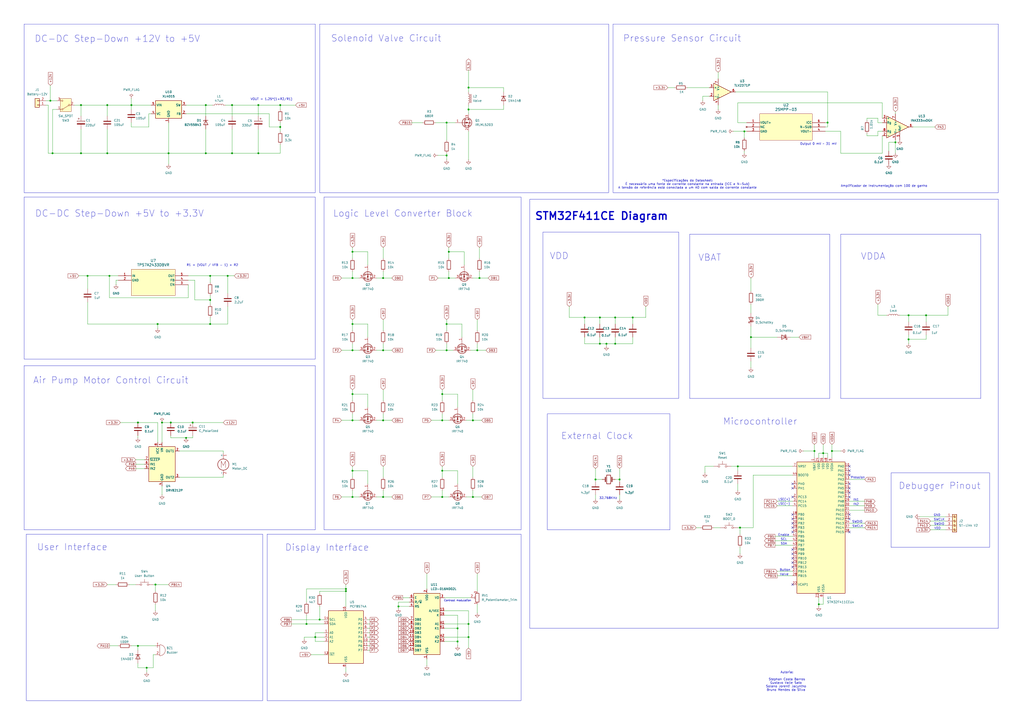
<source format=kicad_sch>
(kicad_sch (version 20231120) (generator "eeschema") (generator_version "8.0")
  (paper "A2")
  (title_block (title "Medidor de pressão arterial - Sistemas Embarcados") (company "FEELT"))
  (junction (at 121.92 187.96))
  (junction (at 46.99 60.96))
  (junction (at 256.54 273.05))
  (junction (at 359.41 278.13))
  (junction (at 62.23 88.9))
  (junction (at 204.47 203.2))
  (junction (at 367.03 184.15))
  (junction (at 177.8 361.95))
  (junction (at 256.54 228.6))
  (junction (at 46.99 88.9))
  (junction (at 76.2 60.96))
  (junction (at 62.23 60.96))
  (junction (at 200.66 342.9))
  (junction (at 204.47 228.6))
  (junction (at 134.62 88.9))
  (junction (at 204.47 187.96))
  (junction (at 119.38 60.96))
  (junction (at 259.08 203.2))
  (junction (at 351.79 199.39))
  (junction (at 256.54 288.29))
  (junction (at 482.6 261.62))
  (junction (at 85.09 387.35))
  (junction (at 90.17 339.09))
  (junction (at 339.09 184.15))
  (junction (at 80.01 245.11))
  (junction (at 271.78 361.95))
  (junction (at 99.06 245.11))
  (junction (at 271.78 369.57))
  (junction (at 121.92 173.99))
  (junction (at 347.98 199.39))
  (junction (at 276.86 203.2))
  (junction (at 204.47 243.84))
  (junction (at 222.25 203.2))
  (junction (at 274.32 288.29))
  (junction (at 274.32 243.84))
  (junction (at 271.78 63.5))
  (junction (at 265.43 372.11))
  (junction (at 260.35 146.05))
  (junction (at 119.38 88.9))
  (junction (at 30.48 88.9))
  (junction (at 472.44 261.62))
  (junction (at 29.21 58.42))
  (junction (at 271.78 50.8))
  (junction (at 50.8 160.02))
  (junction (at 132.08 160.02))
  (junction (at 347.98 184.15))
  (junction (at 256.54 243.84))
  (junction (at 477.52 262.89))
  (junction (at 231.14 351.79))
  (junction (at 435.61 195.58))
  (junction (at 527.05 196.85))
  (junction (at 474.98 350.52))
  (junction (at 182.88 369.57))
  (junction (at 204.47 161.29))
  (junction (at 259.08 187.96))
  (junction (at 149.86 88.9))
  (junction (at 222.25 161.29))
  (junction (at 204.47 146.05))
  (junction (at 278.13 161.29))
  (junction (at 149.86 60.96))
  (junction (at 63.5 160.02))
  (junction (at 259.08 71.12))
  (junction (at 431.8 76.2))
  (junction (at 222.25 288.29))
  (junction (at 259.08 90.17))
  (junction (at 260.35 161.29))
  (junction (at 519.43 82.55))
  (junction (at 200.66 341.63))
  (junction (at 480.06 71.12))
  (junction (at 356.87 184.15))
  (junction (at 527.05 182.88))
  (junction (at 162.56 73.66))
  (junction (at 111.76 245.11))
  (junction (at 91.44 187.96))
  (junction (at 427.99 270.51))
  (junction (at 162.56 60.96))
  (junction (at 345.44 278.13))
  (junction (at 185.42 359.41))
  (junction (at 97.79 88.9))
  (junction (at 107.95 254))
  (junction (at 134.62 60.96))
  (junction (at 93.98 245.11))
  (junction (at 356.87 199.39))
  (junction (at 537.21 182.88))
  (junction (at 222.25 243.84))
  (junction (at 265.43 364.49))
  (junction (at 204.47 288.29))
  (junction (at 80.01 374.65))
  (junction (at 204.47 273.05))
  (junction (at 121.92 160.02))
  (junction (at 429.26 306.07))
  (no_connect (at 459.74 321.31))
  (no_connect (at 492.76 288.29))
  (no_connect (at 459.74 339.09))
  (no_connect (at 492.76 273.05))
  (no_connect (at 459.74 283.21))
  (no_connect (at 459.74 328.93))
  (no_connect (at 459.74 326.39))
  (no_connect (at 492.76 300.99))
  (no_connect (at 492.76 283.21))
  (no_connect (at 459.74 323.85))
  (no_connect (at 492.76 270.51))
  (no_connect (at 459.74 306.07))
  (no_connect (at 459.74 303.53))
  (no_connect (at 492.76 285.75))
  (no_connect (at 459.74 300.99))
  (no_connect (at 492.76 298.45))
  (no_connect (at 459.74 288.29))
  (no_connect (at 459.74 280.67))
  (no_connect (at 492.76 308.61))
  (no_connect (at 459.74 308.61))
  (no_connect (at 492.76 275.59))
  (no_connect (at 492.76 280.67))
  (no_connect (at 459.74 318.77))
  (no_connect (at 459.74 298.45))
  (wire (pts (xy 278.13 161.29) (xy 283.21 161.29)))
  (wire (pts (xy 450.85 334.01) (xy 459.74 334.01)))
  (wire (pts (xy 62.23 339.09) (xy 67.31 339.09)))
  (wire (pts (xy 99.06 245.11) (xy 111.76 245.11)))
  (wire (pts (xy 269.24 153.67) (xy 269.24 146.05)))
  (wire (pts (xy 26.67 58.42) (xy 29.21 58.42)))
  (wire (pts (xy 502.92 77.47) (xy 502.92 78.74)))
  (wire (pts (xy 204.47 288.29) (xy 208.28 288.29)))
  (wire (pts (xy 250.19 288.29) (xy 256.54 288.29)))
  (wire (pts (xy 271.78 60.96) (xy 271.78 63.5)))
  (wire (pts (xy 492.76 290.83) (xy 501.65 290.83)))
  (wire (pts (xy 265.43 372.11) (xy 265.43 374.65)))
  (wire (pts (xy 67.31 162.56) (xy 68.58 162.56)))
  (wire (pts (xy 213.36 153.67) (xy 213.36 146.05)))
  (wire (pts (xy 43.18 60.96) (xy 46.99 60.96)))
  (wire (pts (xy 121.92 173.99) (xy 121.92 176.53)))
  (wire (pts (xy 130.81 60.96) (xy 134.62 60.96)))
  (wire (pts (xy 113.03 173.99) (xy 121.92 173.99)))
  (wire (pts (xy 549.91 177.8) (xy 549.91 182.88)))
  (wire (pts (xy 492.76 303.53) (xy 501.65 303.53)))
  (wire (pts (xy 109.22 160.02) (xy 121.92 160.02)))
  (wire (pts (xy 76.2 374.65) (xy 80.01 374.65)))
  (wire (pts (xy 474.98 350.52) (xy 474.98 351.79)))
  (wire (pts (xy 254 161.29) (xy 260.35 161.29)))
  (wire (pts (xy 132.08 160.02) (xy 135.89 160.02)))
  (wire (pts (xy 260.35 146.05) (xy 269.24 146.05)))
  (wire (pts (xy 177.8 349.25) (xy 177.8 341.63)))
  (wire (pts (xy 162.56 83.82) (xy 162.56 88.9)))
  (wire (pts (xy 429.26 306.07) (xy 436.88 306.07)))
  (wire (pts (xy 478.79 76.2) (xy 487.68 76.2)))
  (wire (pts (xy 271.78 354.33) (xy 271.78 361.95)))
  (wire (pts (xy 521.97 182.88) (xy 527.05 182.88)))
  (wire (pts (xy 222.25 199.39) (xy 222.25 203.2)))
  (wire (pts (xy 231.14 349.25) (xy 231.14 351.79)))
  (wire (pts (xy 292.1 60.96) (xy 292.1 63.5)))
  (wire (pts (xy 46.99 60.96) (xy 62.23 60.96)))
  (wire (pts (xy 204.47 228.6) (xy 213.36 228.6)))
  (wire (pts (xy 29.21 58.42) (xy 33.02 58.42)))
  (wire (pts (xy 549.91 182.88) (xy 537.21 182.88)))
  (wire (pts (xy 222.25 288.29) (xy 218.44 288.29)))
  (wire (pts (xy 247.65 332.74) (xy 247.65 341.63)))
  (wire (pts (xy 90.17 339.09) (xy 90.17 342.9)))
  (wire (pts (xy 90.17 379.73) (xy 88.9 379.73)))
  (wire (pts (xy 222.25 143.51) (xy 222.25 149.86)))
  (wire (pts (xy 267.97 195.58) (xy 267.97 187.96)))
  (wire (pts (xy 231.14 349.25) (xy 237.49 349.25)))
  (wire (pts (xy 180.34 379.73) (xy 187.96 379.73)))
  (wire (pts (xy 62.23 74.93) (xy 62.23 88.9)))
  (wire (pts (xy 198.12 161.29) (xy 204.47 161.29)))
  (wire (pts (xy 176.53 370.84) (xy 176.53 369.57)))
  (wire (pts (xy 156.21 73.66) (xy 162.56 73.66)))
  (wire (pts (xy 80.01 252.73) (xy 80.01 254)))
  (wire (pts (xy 257.81 346.71) (xy 273.05 346.71)))
  (wire (pts (xy 168.91 359.41) (xy 185.42 359.41)))
  (wire (pts (xy 27.94 60.96) (xy 27.94 88.9)))
  (wire (pts (xy 80.01 374.65) (xy 90.17 374.65)))
  (wire (pts (xy 427.99 59.69) (xy 511.81 59.69)))
  (wire (pts (xy 482.6 257.81) (xy 482.6 261.62)))
  (wire (pts (xy 429.26 306.07) (xy 429.26 309.88)))
  (wire (pts (xy 274.32 240.03) (xy 274.32 243.84)))
  (wire (pts (xy 274.32 288.29) (xy 279.4 288.29)))
  (wire (pts (xy 274.32 243.84) (xy 270.51 243.84)))
  (wire (pts (xy 292.1 53.34) (xy 292.1 50.8)))
  (wire (pts (xy 177.8 361.95) (xy 187.96 361.95)))
  (wire (pts (xy 367.03 187.96) (xy 367.03 184.15)))
  (wire (pts (xy 162.56 60.96) (xy 149.86 60.96)))
  (wire (pts (xy 111.76 252.73) (xy 111.76 254)))
  (wire (pts (xy 256.54 228.6) (xy 265.43 228.6)))
  (wire (pts (xy 204.47 143.51) (xy 204.47 146.05)))
  (wire (pts (xy 204.47 226.06) (xy 204.47 228.6)))
  (wire (pts (xy 80.01 374.65) (xy 80.01 377.19)))
  (wire (pts (xy 480.06 53.34) (xy 480.06 71.12)))
  (wire (pts (xy 134.62 60.96) (xy 134.62 67.31)))
  (wire (pts (xy 501.65 278.13) (xy 492.76 278.13)))
  (wire (pts (xy 204.47 203.2) (xy 208.28 203.2)))
  (wire (pts (xy 527.05 194.31) (xy 527.05 196.85)))
  (wire (pts (xy 539.75 307.34) (xy 548.64 307.34)))
  (wire (pts (xy 367.03 184.15) (xy 374.65 184.15)))
  (wire (pts (xy 222.25 243.84) (xy 218.44 243.84)))
  (wire (pts (xy 435.61 209.55) (xy 435.61 213.36)))
  (wire (pts (xy 276.86 350.52) (xy 276.86 355.6)))
  (wire (pts (xy 97.79 71.12) (xy 97.79 88.9)))
  (wire (pts (xy 29.21 49.53) (xy 29.21 58.42)))
  (wire (pts (xy 149.86 67.31) (xy 149.86 60.96)))
  (wire (pts (xy 63.5 160.02) (xy 63.5 172.72)))
  (wire (pts (xy 187.96 367.03) (xy 182.88 367.03)))
  (wire (pts (xy 233.68 346.71) (xy 237.49 346.71)))
  (wire (pts (xy 537.21 182.88) (xy 527.05 182.88)))
  (wire (pts (xy 250.19 243.84) (xy 256.54 243.84)))
  (wire (pts (xy 149.86 74.93) (xy 149.86 88.9)))
  (wire (pts (xy 257.81 372.11) (xy 265.43 372.11)))
  (wire (pts (xy 509.27 68.58) (xy 509.27 71.12)))
  (wire (pts (xy 222.25 185.42) (xy 222.25 191.77)))
  (wire (pts (xy 450.85 293.37) (xy 459.74 293.37)))
  (wire (pts (xy 472.44 261.62) (xy 472.44 265.43)))
  (wire (pts (xy 162.56 71.12) (xy 162.56 73.66)))
  (wire (pts (xy 278.13 161.29) (xy 274.32 161.29)))
  (wire (pts (xy 121.92 187.96) (xy 132.08 187.96)))
  (wire (pts (xy 478.79 71.12) (xy 480.06 71.12)))
  (wire (pts (xy 537.21 186.69) (xy 537.21 182.88)))
  (wire (pts (xy 537.21 194.31) (xy 537.21 196.85)))
  (wire (pts (xy 185.42 359.41) (xy 187.96 359.41)))
  (wire (pts (xy 182.88 369.57) (xy 187.96 369.57)))
  (wire (pts (xy 214.63 361.95) (xy 213.36 361.95)))
  (wire (pts (xy 93.98 245.11) (xy 99.06 245.11)))
  (wire (pts (xy 482.6 261.62) (xy 482.6 265.43)))
  (wire (pts (xy 424.18 270.51) (xy 427.99 270.51)))
  (wire (pts (xy 204.47 146.05) (xy 213.36 146.05)))
  (wire (pts (xy 259.08 88.9) (xy 259.08 90.17)))
  (wire (pts (xy 74.93 339.09) (xy 78.74 339.09)))
  (wire (pts (xy 260.35 161.29) (xy 264.16 161.29)))
  (wire (pts (xy 427.99 280.67) (xy 427.99 284.48)))
  (wire (pts (xy 134.62 74.93) (xy 134.62 88.9)))
  (wire (pts (xy 107.95 60.96) (xy 119.38 60.96)))
  (wire (pts (xy 90.17 350.52) (xy 90.17 354.33)))
  (wire (pts (xy 509.27 78.74) (xy 509.27 76.2)))
  (wire (pts (xy 198.12 243.84) (xy 204.47 243.84)))
  (wire (pts (xy 511.81 59.69) (xy 511.81 68.58)))
  (wire (pts (xy 204.47 228.6) (xy 204.47 232.41)))
  (wire (pts (xy 509.27 176.53) (xy 509.27 182.88)))
  (wire (pts (xy 119.38 74.93) (xy 119.38 88.9)))
  (wire (pts (xy 339.09 184.15) (xy 347.98 184.15)))
  (wire (pts (xy 156.21 66.04) (xy 156.21 73.66)))
  (wire (pts (xy 431.8 76.2) (xy 433.07 76.2)))
  (wire (pts (xy 214.63 364.49) (xy 213.36 364.49)))
  (wire (pts (xy 222.25 284.48) (xy 222.25 288.29)))
  (wire (pts (xy 414.02 306.07) (xy 417.83 306.07)))
  (wire (pts (xy 276.86 332.74) (xy 276.86 342.9)))
  (wire (pts (xy 271.78 76.2) (xy 271.78 92.71)))
  (wire (pts (xy 427.99 270.51) (xy 427.99 273.05)))
  (wire (pts (xy 411.48 55.88) (xy 407.67 55.88)))
  (wire (pts (xy 149.86 88.9) (xy 134.62 88.9)))
  (wire (pts (xy 200.66 339.09) (xy 200.66 341.63)))
  (wire (pts (xy 149.86 60.96) (xy 134.62 60.96)))
  (wire (pts (xy 50.8 187.96) (xy 91.44 187.96)))
  (wire (pts (xy 257.81 369.57) (xy 271.78 369.57)))
  (wire (pts (xy 85.09 389.89) (xy 85.09 387.35)))
  (wire (pts (xy 276.86 185.42) (xy 276.86 191.77)))
  (wire (pts (xy 259.08 90.17) (xy 259.08 92.71)))
  (wire (pts (xy 204.47 187.96) (xy 204.47 191.77)))
  (wire (pts (xy 257.81 364.49) (xy 265.43 364.49)))
  (wire (pts (xy 185.42 342.9) (xy 200.66 342.9)))
  (wire (pts (xy 78.74 269.24) (xy 83.82 269.24)))
  (wire (pts (xy 515.62 82.55) (xy 519.43 82.55)))
  (wire (pts (xy 109.22 172.72) (xy 63.5 172.72)))
  (wire (pts (xy 265.43 280.67) (xy 265.43 273.05)))
  (wire (pts (xy 257.81 354.33) (xy 271.78 354.33)))
  (wire (pts (xy 265.43 356.87) (xy 265.43 364.49)))
  (wire (pts (xy 450.85 290.83) (xy 459.74 290.83)))
  (wire (pts (xy 27.94 88.9) (xy 30.48 88.9)))
  (wire (pts (xy 78.74 271.78) (xy 83.82 271.78)))
  (wire (pts (xy 466.09 261.62) (xy 472.44 261.62)))
  (wire (pts (xy 509.27 71.12) (xy 511.81 71.12)))
  (wire (pts (xy 492.76 293.37) (xy 501.65 293.37)))
  (wire (pts (xy 347.98 184.15) (xy 347.98 187.96)))
  (wire (pts (xy 132.08 177.8) (xy 132.08 187.96)))
  (wire (pts (xy 222.25 157.48) (xy 222.25 161.29)))
  (wire (pts (xy 62.23 60.96) (xy 76.2 60.96)))
  (wire (pts (xy 259.08 187.96) (xy 267.97 187.96)))
  (wire (pts (xy 104.14 261.62) (xy 129.54 261.62)))
  (wire (pts (xy 458.47 195.58) (xy 463.55 195.58)))
  (wire (pts (xy 185.42 344.17) (xy 185.42 342.9)))
  (wire (pts (xy 478.79 73.66) (xy 480.06 73.66)))
  (wire (pts (xy 113.03 162.56) (xy 113.03 173.99)))
  (wire (pts (xy 256.54 226.06) (xy 256.54 228.6)))
  (wire (pts (xy 109.22 165.1) (xy 109.22 172.72)))
  (wire (pts (xy 204.47 240.03) (xy 204.47 243.84)))
  (wire (pts (xy 162.56 73.66) (xy 162.56 76.2)))
  (wire (pts (xy 271.78 369.57) (xy 271.78 375.92)))
  (wire (pts (xy 276.86 199.39) (xy 276.86 203.2)))
  (wire (pts (xy 359.41 287.02) (xy 359.41 289.56)))
  (wire (pts (xy 99.06 252.73) (xy 99.06 254)))
  (wire (pts (xy 474.98 265.43) (xy 474.98 262.89)))
  (wire (pts (xy 97.79 88.9) (xy 62.23 88.9)))
  (wire (pts (xy 435.61 176.53) (xy 435.61 181.61)))
  (wire (pts (xy 345.44 279.4) (xy 345.44 278.13)))
  (wire (pts (xy 480.06 262.89) (xy 480.06 265.43)))
  (wire (pts (xy 185.42 351.79) (xy 185.42 359.41)))
  (wire (pts (xy 259.08 71.12) (xy 259.08 81.28)))
  (wire (pts (xy 177.8 356.87) (xy 177.8 361.95)))
  (wire (pts (xy 271.78 50.8) (xy 271.78 53.34)))
  (wire (pts (xy 477.52 346.71) (xy 477.52 350.52)))
  (wire (pts (xy 204.47 146.05) (xy 204.47 149.86)))
  (wire (pts (xy 477.52 262.89) (xy 480.06 262.89)))
  (wire (pts (xy 91.44 187.96) (xy 91.44 190.5)))
  (wire (pts (xy 502.92 78.74) (xy 509.27 78.74)))
  (wire (pts (xy 63.5 160.02) (xy 68.58 160.02)))
  (wire (pts (xy 271.78 63.5) (xy 292.1 63.5)))
  (wire (pts (xy 472.44 257.81) (xy 472.44 261.62)))
  (wire (pts (xy 119.38 88.9) (xy 97.79 88.9)))
  (wire (pts (xy 222.25 161.29) (xy 227.33 161.29)))
  (wire (pts (xy 91.44 245.11) (xy 91.44 256.54)))
  (wire (pts (xy 214.63 377.19) (xy 213.36 377.19)))
  (wire (pts (xy 214.63 367.03) (xy 213.36 367.03)))
  (wire (pts (xy 90.17 339.09) (xy 97.79 339.09)))
  (wire (pts (xy 200.66 342.9) (xy 200.66 351.79)))
  (wire (pts (xy 214.63 359.41) (xy 213.36 359.41)))
  (wire (pts (xy 177.8 341.63) (xy 200.66 341.63)))
  (wire (pts (xy 187.96 372.11) (xy 182.88 372.11)))
  (wire (pts (xy 204.47 270.51) (xy 204.47 273.05)))
  (wire (pts (xy 204.47 157.48) (xy 204.47 161.29)))
  (wire (pts (xy 459.74 275.59) (xy 436.88 275.59)))
  (wire (pts (xy 416.56 41.91) (xy 416.56 45.72)))
  (wire (pts (xy 69.85 245.11) (xy 80.01 245.11)))
  (wire (pts (xy 91.44 187.96) (xy 121.92 187.96)))
  (wire (pts (xy 260.35 146.05) (xy 260.35 149.86)))
  (wire (pts (xy 367.03 199.39) (xy 356.87 199.39)))
  (wire (pts (xy 356.87 195.58) (xy 356.87 199.39)))
  (wire (pts (xy 88.9 379.73) (xy 88.9 387.35)))
  (wire (pts (xy 374.65 177.8) (xy 374.65 184.15)))
  (wire (pts (xy 274.32 243.84) (xy 279.4 243.84)))
  (wire (pts (xy 45.72 160.02) (xy 50.8 160.02)))
  (wire (pts (xy 76.2 73.66) (xy 76.2 71.12)))
  (wire (pts (xy 367.03 184.15) (xy 356.87 184.15)))
  (wire (pts (xy 477.52 257.81) (xy 477.52 262.89)))
  (wire (pts (xy 259.08 185.42) (xy 259.08 187.96)))
  (wire (pts (xy 113.03 162.56) (xy 109.22 162.56)))
  (wire (pts (xy 542.29 73.66) (xy 529.59 73.66)))
  (wire (pts (xy 213.36 280.67) (xy 213.36 273.05)))
  (wire (pts (xy 359.41 271.78) (xy 359.41 278.13)))
  (wire (pts (xy 387.35 50.8) (xy 391.16 50.8)))
  (wire (pts (xy 222.25 270.51) (xy 222.25 276.86)))
  (wire (pts (xy 222.25 243.84) (xy 227.33 243.84)))
  (wire (pts (xy 204.47 185.42) (xy 204.47 187.96)))
  (wire (pts (xy 330.2 184.15) (xy 339.09 184.15)))
  (wire (pts (xy 347.98 199.39) (xy 351.79 199.39)))
  (wire (pts (xy 132.08 170.18) (xy 132.08 160.02)))
  (wire (pts (xy 274.32 288.29) (xy 270.51 288.29)))
  (wire (pts (xy 359.41 279.4) (xy 359.41 278.13)))
  (wire (pts (xy 177.8 361.95) (xy 168.91 361.95)))
  (wire (pts (xy 222.25 226.06) (xy 222.25 232.41)))
  (wire (pts (xy 121.92 184.15) (xy 121.92 187.96)))
  (wire (pts (xy 539.75 304.8) (xy 548.64 304.8)))
  (wire (pts (xy 259.08 187.96) (xy 259.08 191.77)))
  (wire (pts (xy 214.63 369.57) (xy 213.36 369.57)))
  (wire (pts (xy 427.99 270.51) (xy 459.74 270.51)))
  (wire (pts (xy 356.87 187.96) (xy 356.87 184.15)))
  (wire (pts (xy 76.2 60.96) (xy 76.2 63.5)))
  (wire (pts (xy 367.03 195.58) (xy 367.03 199.39)))
  (wire (pts (xy 121.92 171.45) (xy 121.92 173.99)))
  (wire (pts (xy 33.02 63.5) (xy 30.48 63.5)))
  (wire (pts (xy 256.54 270.51) (xy 256.54 273.05)))
  (wire (pts (xy 30.48 63.5) (xy 30.48 88.9)))
  (wire (pts (xy 80.01 384.81) (xy 80.01 387.35)))
  (wire (pts (xy 259.08 71.12) (xy 264.16 71.12)))
  (wire (pts (xy 88.9 387.35) (xy 85.09 387.35)))
  (wire (pts (xy 46.99 60.96) (xy 46.99 67.31)))
  (wire (pts (xy 214.63 372.11) (xy 213.36 372.11)))
  (wire (pts (xy 278.13 157.48) (xy 278.13 161.29)))
  (wire (pts (xy 222.25 203.2) (xy 218.44 203.2)))
  (wire (pts (xy 256.54 288.29) (xy 260.35 288.29)))
  (wire (pts (xy 429.26 317.5) (xy 429.26 321.31)))
  (wire (pts (xy 204.47 187.96) (xy 213.36 187.96)))
  (wire (pts (xy 129.54 261.62) (xy 129.54 262.89)))
  (wire (pts (xy 256.54 273.05) (xy 265.43 273.05)))
  (wire (pts (xy 50.8 160.02) (xy 63.5 160.02)))
  (wire (pts (xy 259.08 199.39) (xy 259.08 203.2)))
  (wire (pts (xy 99.06 254) (xy 107.95 254)))
  (wire (pts (xy 450.85 331.47) (xy 459.74 331.47)))
  (wire (pts (xy 204.47 273.05) (xy 204.47 276.86)))
  (wire (pts (xy 204.47 161.29) (xy 208.28 161.29)))
  (wire (pts (xy 200.66 341.63) (xy 200.66 342.9)))
  (wire (pts (xy 426.72 53.34) (xy 480.06 53.34)))
  (wire (pts (xy 274.32 270.51) (xy 274.32 276.86)))
  (wire (pts (xy 259.08 203.2) (xy 262.89 203.2)))
  (wire (pts (xy 222.25 240.03) (xy 222.25 243.84)))
  (wire (pts (xy 182.88 372.11) (xy 182.88 369.57)))
  (wire (pts (xy 271.78 63.5) (xy 271.78 66.04)))
  (wire (pts (xy 482.6 261.62) (xy 487.68 261.62)))
  (wire (pts (xy 492.76 306.07) (xy 501.65 306.07)))
  (wire (pts (xy 431.8 76.2) (xy 431.8 80.01)))
  (wire (pts (xy 257.81 361.95) (xy 271.78 361.95)))
  (wire (pts (xy 222.25 161.29) (xy 218.44 161.29)))
  (wire (pts (xy 477.52 350.52) (xy 474.98 350.52)))
  (wire (pts (xy 119.38 60.96) (xy 119.38 67.31)))
  (wire (pts (xy 449.58 311.15) (xy 459.74 311.15)))
  (wire (pts (xy 107.95 66.04) (xy 156.21 66.04)))
  (wire (pts (xy 356.87 199.39) (xy 351.79 199.39)))
  (wire (pts (xy 435.61 195.58) (xy 450.85 195.58)))
  (wire (pts (xy 213.36 195.58) (xy 213.36 187.96)))
  (wire (pts (xy 427.99 71.12) (xy 427.99 59.69)))
  (wire (pts (xy 274.32 284.48) (xy 274.32 288.29)))
  (wire (pts (xy 408.94 270.51) (xy 414.02 270.51)))
  (wire (pts (xy 87.63 66.04) (xy 86.36 66.04)))
  (wire (pts (xy 403.86 306.07) (xy 406.4 306.07)))
  (wire (pts (xy 129.54 276.86) (xy 129.54 275.59)))
  (wire (pts (xy 63.5 374.65) (xy 68.58 374.65)))
  (wire (pts (xy 222.25 288.29) (xy 227.33 288.29)))
  (wire (pts (xy 162.56 60.96) (xy 162.56 63.5)))
  (wire (pts (xy 449.58 316.23) (xy 459.74 316.23)))
  (wire (pts (xy 511.81 88.9) (xy 511.81 78.74)))
  (wire (pts (xy 50.8 167.64) (xy 50.8 160.02)))
  (wire (pts (xy 86.36 66.04) (xy 86.36 73.66)))
  (wire (pts (xy 425.45 76.2) (xy 431.8 76.2)))
  (wire (pts (xy 134.62 88.9) (xy 119.38 88.9)))
  (wire (pts (xy 347.98 195.58) (xy 347.98 199.39)))
  (wire (pts (xy 339.09 199.39) (xy 347.98 199.39)))
  (wire (pts (xy 86.36 73.66) (xy 76.2 73.66)))
  (wire (pts (xy 339.09 187.96) (xy 339.09 184.15)))
  (wire (pts (xy 91.44 245.11) (xy 80.01 245.11)))
  (wire (pts (xy 222.25 203.2) (xy 227.33 203.2)))
  (wire (pts (xy 198.12 288.29) (xy 204.47 288.29)))
  (wire (pts (xy 50.8 175.26) (xy 50.8 187.96)))
  (wire (pts (xy 30.48 88.9) (xy 46.99 88.9)))
  (wire (pts (xy 204.47 243.84) (xy 208.28 243.84)))
  (wire (pts (xy 182.88 367.03) (xy 182.88 369.57)))
  (wire (pts (xy 62.23 88.9) (xy 46.99 88.9)))
  (wire (pts (xy 502.92 69.85) (xy 502.92 68.58)))
  (wire (pts (xy 537.21 196.85) (xy 527.05 196.85)))
  (wire (pts (xy 265.43 364.49) (xy 265.43 372.11)))
  (wire (pts (xy 435.61 161.29) (xy 435.61 168.91)))
  (wire (pts (xy 176.53 369.57) (xy 182.88 369.57)))
  (wire (pts (xy 276.86 203.2) (xy 281.94 203.2)))
  (wire (pts (xy 271.78 50.8) (xy 292.1 50.8)))
  (wire (pts (xy 509.27 76.2) (xy 511.81 76.2)))
  (wire (pts (xy 519.43 81.28) (xy 519.43 82.55)))
  (wire (pts (xy 492.76 295.91) (xy 501.65 295.91)))
  (wire (pts (xy 88.9 339.09) (xy 90.17 339.09)))
  (wire (pts (xy 539.75 302.26) (xy 548.64 302.26)))
  (wire (pts (xy 231.14 351.79) (xy 237.49 351.79)))
  (wire (pts (xy 345.44 278.13) (xy 349.25 278.13)))
  (wire (pts (xy 247.65 382.27) (xy 247.65 386.08)))
  (wire (pts (xy 519.43 82.55) (xy 519.43 88.9)))
  (wire (pts (xy 276.86 203.2) (xy 273.05 203.2)))
  (wire (pts (xy 480.06 73.66) (xy 480.06 71.12)))
  (wire (pts (xy 76.2 57.15) (xy 76.2 60.96)))
  (wire (pts (xy 527.05 196.85) (xy 527.05 199.39)))
  (wire (pts (xy 67.31 165.1) (xy 67.31 162.56)))
  (wire (pts (xy 359.41 278.13) (xy 356.87 278.13)))
  (wire (pts (xy 80.01 387.35) (xy 85.09 387.35)))
  (wire (pts (xy 515.62 87.63) (xy 515.62 82.55)))
  (wire (pts (xy 256.54 228.6) (xy 256.54 232.41)))
  (wire (pts (xy 254 90.17) (xy 259.08 90.17)))
  (wire (pts (xy 204.47 273.05) (xy 213.36 273.05)))
  (wire (pts (xy 416.56 60.96) (xy 416.56 63.5)))
  (wire (pts (xy 132.08 160.02) (xy 121.92 160.02)))
  (wire (pts (xy 162.56 60.96) (xy 171.45 60.96)))
  (wire (pts (xy 351.79 199.39) (xy 351.79 200.66)))
  (wire (pts (xy 257.81 356.87) (xy 265.43 356.87)))
  (wire (pts (xy 252.73 203.2) (xy 259.08 203.2)))
  (wire (pts (xy 252.73 71.12) (xy 259.08 71.12)))
  (wire (pts (xy 260.35 157.48) (xy 260.35 161.29)))
  (wire (pts (xy 435.61 189.23) (xy 435.61 195.58)))
  (wire (pts (xy 514.35 182.88) (xy 509.27 182.88)))
  (wire (pts (xy 256.54 243.84) (xy 260.35 243.84)))
  (wire (pts (xy 78.74 266.7) (xy 83.82 266.7)))
  (wire (pts (xy 119.38 60.96) (xy 123.19 60.96)))
  (wire (pts (xy 427.99 306.07) (xy 429.26 306.07)))
  (wire (pts (xy 93.98 256.54) (xy 93.98 245.11)))
  (wire (pts (xy 477.52 262.89) (xy 477.52 265.43)))
  (wire (pts (xy 474.98 262.89) (xy 477.52 262.89)))
  (wire (pts (xy 256.54 273.05) (xy 256.54 276.86)))
  (wire (pts (xy 46.99 88.9) (xy 46.99 74.93)))
  (wire (pts (xy 198.12 203.2) (xy 204.47 203.2)))
  (wire (pts (xy 433.07 71.12) (xy 427.99 71.12)))
  (wire (pts (xy 435.61 195.58) (xy 435.61 201.93)))
  (wire (pts (xy 104.14 276.86) (xy 129.54 276.86)))
  (wire (pts (xy 111.76 254) (xy 107.95 254)))
  (wire (pts (xy 231.14 353.06) (xy 231.14 351.79)))
  (wire (pts (xy 411.48 50.8) (xy 398.78 50.8)))
  (wire (pts (xy 339.09 195.58) (xy 339.09 199.39)))
  (wire (pts (xy 345.44 271.78) (xy 345.44 278.13)))
  (wire (pts (xy 474.98 346.71) (xy 474.98 350.52)))
  (wire (pts (xy 330.2 177.8) (xy 330.2 184.15)))
  (wire (pts (xy 111.76 245.11) (xy 129.54 245.11)))
  (wire (pts (xy 93.98 281.94) (xy 93.98 287.02)))
  (wire (pts (xy 271.78 361.95) (xy 271.78 369.57)))
  (wire (pts (xy 436.88 275.59) (xy 436.88 306.07)))
  (wire (pts (xy 519.43 64.77) (xy 519.43 66.04)))
  (wire (pts (xy 238.76 71.12) (xy 245.11 71.12)))
  (wire (pts (xy 408.94 274.32) (xy 408.94 270.51)))
  (wire (pts (xy 26.67 60.96) (xy 27.94 60.96)))
  (wire (pts (xy 214.63 374.65) (xy 213.36 374.65)))
  (wire (pts (xy 256.54 240.03) (xy 256.54 243.84)))
  (wire (pts (xy 162.56 88.9) (xy 149.86 88.9)))
  (wire (pts (xy 449.58 313.69) (xy 459.74 313.69)))
  (wire (pts (xy 431.8 87.63) (xy 431.8 88.9)))
  (wire (pts (xy 204.47 199.39) (xy 204.47 203.2)))
  (wire (pts (xy 407.67 55.88) (xy 407.67 58.42)))
  (wire (pts (xy 121.92 160.02) (xy 121.92 163.83)))
  (wire (pts (xy 260.35 143.51) (xy 260.35 146.05)))
  (wire (pts (xy 502.92 68.58) (xy 509.27 68.58)))
  (wire (pts (xy 347.98 184.15) (xy 356.87 184.15)))
  (wire (pts (xy 274.32 226.06) (xy 274.32 232.41)))
  (wire (pts (xy 487.68 76.2) (xy 487.68 88.9)))
  (wire (pts (xy 265.43 236.22) (xy 265.43 228.6)))
  (wire (pts (xy 271.78 40.64) (xy 271.78 50.8)))
  (wire (pts (xy 97.79 88.9) (xy 97.79 95.25)))
  (wire (pts (xy 527.05 186.69) (xy 527.05 182.88)))
  (wire (pts (xy 204.47 284.48) (xy 204.47 288.29)))
  (wire (pts (xy 533.4 299.72) (xy 548.64 299.72)))
  (wire (pts (xy 62.23 60.96) (xy 62.23 67.31)))
  (wire (pts (xy 256.54 284.48) (xy 256.54 288.29)))
  (wire (pts (xy 76.2 60.96) (xy 87.63 60.96)))
  (wire (pts (xy 200.66 387.35) (xy 200.66 389.89)))
  (wire (pts (xy 213.36 236.22) (xy 213.36 228.6)))
  (wire (pts (xy 278.13 143.51) (xy 278.13 149.86)))
  (wire (pts (xy 487.68 88.9) (xy 511.81 88.9)))
  (wire (pts (xy 345.44 287.02) (xy 345.44 289.56)))
  (rectangle (start 13.97 13.97) (end 182.88 111.76))
  (rectangle (start 314.96 134.62) (end 393.7 231.14))
  (rectangle (start 487.68 135.89) (end 568.96 231.14))
  (rectangle (start 15.24 309.88) (end 152.4 406.4))
  (rectangle (start 13.97 212.09) (end 182.88 307.34))
  (rectangle (start 516.89 274.32) (end 574.04 317.5))
  (rectangle (start 13.97 114.3) (end 182.88 208.28))
  (rectangle (start 187.96 114.3) (end 302.26 307.34))
  (rectangle (start 307.34 115.57) (end 579.12 364.49))
  (rectangle (start 317.5 240.03) (end 388.62 307.34))
  (rectangle (start 355.6 13.97) (end 579.12 111.76))
  (rectangle (start 400.05 135.89) (end 481.33 231.14))
  (rectangle (start 185.42 13.97) (end 353.06 111.76))
  (rectangle (start 154.94 309.88) (end 302.26 406.4))
  (text "User Interface\n" (at 41.91 317.5 0) (effects (font (size 3.81 3.81))))
  (text "GND\n" (at 543.56 298.958 0) (effects (font (size 1.27 1.27))))
  (text "VDD\n" (at 324.358 148.59 0) (effects (font (size 3.81 3.81))))
  (text "Solenoid Valve Circuit" (at 224.028 22.352 0) (effects (font (size 3.81 3.81))))
  (text "Logic Level Converter Block\n" (at 233.68 123.952 0) (effects (font (size 3.81 3.81))))
  (text "Microcontroller\n" (at 440.944 244.602 0) (effects (font (size 3.81 3.81))))
  (text "DC-DC Step-Down +5V to +3.3V\n" (at 69.342 123.952 0) (effects (font (size 3.81 3.81))))
  (text "R1 = (VOUT / VFB - 1) × R2" (at 123.19 153.924 0) (effects (font (size 1.27 1.27))))
  (text "External Clock\n" (at 346.456 252.984 0) (effects (font (size 3.81 3.81))))
  (text "STM32F411CE Diagram" (at 348.996 125.476 0) (effects (font (size 4.445 4.445) (thickness 0.762) (bold yes))))
  (text "SWCLK\n" (at 544.83 301.498 0) (effects (font (size 1.27 1.27))))
  (text "Pression" (at 497.586 277.114 0) (effects (font (size 1.27 1.27))))
  (text "DC-DC Step-Down +12V to +5V\n" (at 68.072 22.606 0) (effects (font (size 3.81 3.81))))
  (text "VDD\n" (at 543.814 306.578 0) (effects (font (size 1.27 1.27))))
  (text "IN1" (at 496.57 290.068 0) (effects (font (size 1.27 1.27))))
  (text "Output 0 mV ~ 31 mV" (at 474.726 83.566 0) (effects (font (size 1.27 1.27))))
  (text "IN2" (at 496.57 292.608 0) (effects (font (size 1.27 1.27))))
  (text "Autoria:\n\nStephan Costa Barros\nGustavo Valle Sato \nSolano Jorenti Jacyntho \nBruno Mendes da Silva " (at 456.438 395.224 0) (effects (font (size 1.27 1.27))))
  (text "Amplificador de Instrumentação com 100 de ganho" (at 512.826 107.95 0) (effects (font (size 1.27 1.27))))
  (text "VBAT\n\n" (at 411.734 152.654 0) (effects (font (size 3.81 3.81))))
  (text "Display Interface\n" (at 189.738 317.754 0) (effects (font (size 3.81 3.81))))
  (text "Air Pump Motor Control Circuit\n" (at 64.262 220.726 0) (effects (font (size 3.81 3.81))))
  (text "VOUT = 1.25*(1+R2/R1)\n" (at 157.48 57.658 0) (effects (font (size 1.27 1.27))))
  (text "Valve" (at 454.914 333.248 0) (effects (font (size 1.27 1.27))))
  (text "Contrast modulation" (at 265.43 348.488 0) (effects (font (size 1.016 1.016))))
  (text "Button\n" (at 455.422 330.708 0) (effects (font (size 1.27 1.27))))
  (text "SWDIO" (at 497.332 302.768 0) (effects (font (size 1.27 1.27))))
  (text "32.768KHz\n" (at 352.806 289.052 0) (effects (font (size 1.27 1.27))))
  (text "Debugger Pinout" (at 545.084 281.94 0) (effects (font (size 3.81 3.81))))
  (text "SCL\n" (at 454.66 312.928 0) (effects (font (size 1.27 1.27))))
  (text "SDA\n" (at 454.66 315.468 0) (effects (font (size 1.27 1.27))))
  (text "VDDA\n\n\n" (at 506.476 154.94 0) (effects (font (size 3.81 3.81))))
  (text "SWCLK" (at 497.586 305.308 0) (effects (font (size 1.27 1.27))))
  (text "Enable" (at 454.66 310.388 0) (effects (font (size 1.27 1.27))))
  (text "*Especificações do Datasheet:\nÉ necessário uma fonte de corrente constante na entrada (ICC e N-Sub)\nA tensão de referência está conectada a um AO com saída de corrente constante" (at 398.78 106.934 0) (effects (font (size 1.27 1.27))))
  (text "LSE(-)\n" (at 454.914 292.354 0) (effects (font (size 1.27 1.27))))
  (text "LSE(+)" (at 454.914 289.814 0) (effects (font (size 1.27 1.27))))
  (text "SWDIO" (at 544.83 304.038 0) (effects (font (size 1.27 1.27))))
  (text "Pressure Sensor Circuit" (at 395.732 22.352 0) (effects (font (size 3.81 3.81))))
  (global_label "DB1" (shape input) (at 237.49 361.95 180) (property "Intersheetrefs" "${INTERSHEET_REFS}" (effects (hide yes))))
  (global_label "DB0" (shape input) (at 227.33 161.29 0) (property "Intersheetrefs" "${INTERSHEET_REFS}" (effects (hide yes))))
  (global_label "PB5" (shape output) (at 449.58 311.15 180) (property "Intersheetrefs" "${INTERSHEET_REFS}" (effects (hide yes))))
  (global_label "VDDA" (shape input) (at 549.91 177.8 90) (property "Intersheetrefs" "${INTERSHEET_REFS}" (effects (hide yes))))
  (global_label "PA14" (shape input) (at 539.75 302.26 180) (property "Intersheetrefs" "${INTERSHEET_REFS}" (effects (hide yes))))
  (global_label "DB1" (shape input) (at 283.21 161.29 0) (property "Intersheetrefs" "${INTERSHEET_REFS}" (effects (hide yes))))
  (global_label "P1" (shape output) (at 214.63 361.95 0) (property "Intersheetrefs" "${INTERSHEET_REFS}" (effects (hide yes))))
  (global_label "PB14" (shape input) (at 97.79 339.09 0) (property "Intersheetrefs" "${INTERSHEET_REFS}" (effects (hide yes))))
  (global_label "DB6" (shape input) (at 237.49 374.65 180) (property "Intersheetrefs" "${INTERSHEET_REFS}" (effects (hide yes))))
  (global_label "+12V" (shape input) (at 29.21 49.53 90) (property "Intersheetrefs" "${INTERSHEET_REFS}" (effects (hide yes))))
  (global_label "+3.3V" (shape input) (at 135.89 160.02 0) (property "Intersheetrefs" "${INTERSHEET_REFS}" (effects (hide yes))))
  (global_label "PA14" (shape input) (at 501.65 306.07 0) (property "Intersheetrefs" "${INTERSHEET_REFS}" (effects (hide yes))))
  (global_label "P3" (shape input) (at 252.73 203.2 180) (property "Intersheetrefs" "${INTERSHEET_REFS}" (effects (hide yes))))
  (global_label "PB14" (shape input) (at 450.85 331.47 180) (property "Intersheetrefs" "${INTERSHEET_REFS}" (effects (hide yes))))
  (global_label "PB15" (shape output) (at 450.85 334.01 180) (property "Intersheetrefs" "${INTERSHEET_REFS}" (effects (hide yes))))
  (global_label "+5V" (shape input) (at 274.32 226.06 90) (property "Intersheetrefs" "${INTERSHEET_REFS}" (effects (hide yes))))
  (global_label "PB15" (shape output) (at 238.76 71.12 180) (property "Intersheetrefs" "${INTERSHEET_REFS}" (effects (hide yes))))
  (global_label "+5V" (shape input) (at 45.72 160.02 180) (property "Intersheetrefs" "${INTERSHEET_REFS}" (effects (hide yes))))
  (global_label "VDD" (shape input) (at 374.65 177.8 90) (property "Intersheetrefs" "${INTERSHEET_REFS}" (effects (hide yes))))
  (global_label "+3.3V" (shape input) (at 204.47 270.51 90) (property "Intersheetrefs" "${INTERSHEET_REFS}" (effects (hide yes))))
  (global_label "+3.3V" (shape input) (at 539.75 307.34 180) (property "Intersheetrefs" "${INTERSHEET_REFS}" (effects (hide yes))))
  (global_label "DB5" (shape input) (at 237.49 372.11 180) (property "Intersheetrefs" "${INTERSHEET_REFS}" (effects (hide yes))))
  (global_label "DB4" (shape input) (at 237.49 369.57 180) (property "Intersheetrefs" "${INTERSHEET_REFS}" (effects (hide yes))))
  (global_label "+5V" (shape input) (at 271.78 375.92 270) (property "Intersheetrefs" "${INTERSHEET_REFS}" (effects (hide yes))))
  (global_label "PA10" (shape output) (at 501.65 295.91 0) (property "Intersheetrefs" "${INTERSHEET_REFS}" (effects (hide yes))))
  (global_label "+5V" (shape input) (at 274.32 270.51 90) (property "Intersheetrefs" "${INTERSHEET_REFS}" (effects (hide yes))))
  (global_label "PC14" (shape input) (at 450.85 290.83 180) (property "Intersheetrefs" "${INTERSHEET_REFS}" (effects (hide yes))))
  (global_label "PA3" (shape input) (at 501.65 278.13 0) (property "Intersheetrefs" "${INTERSHEET_REFS}" (effects (hide yes))))
  (global_label "PA9" (shape output) (at 78.74 271.78 180) (property "Intersheetrefs" "${INTERSHEET_REFS}" (effects (hide yes))))
  (global_label "VBAT" (shape input) (at 472.44 257.81 90) (property "Intersheetrefs" "${INTERSHEET_REFS}" (effects (hide yes))))
  (global_label "+3.3V" (shape input) (at 204.47 143.51 90) (property "Intersheetrefs" "${INTERSHEET_REFS}" (effects (hide yes))))
  (global_label "+5V" (shape input) (at 180.34 379.73 180) (property "Intersheetrefs" "${INTERSHEET_REFS}" (effects (hide yes))))
  (global_label "P3" (shape output) (at 214.63 367.03 0) (property "Intersheetrefs" "${INTERSHEET_REFS}" (effects (hide yes))))
  (global_label "P1" (shape input) (at 254 161.29 180) (property "Intersheetrefs" "${INTERSHEET_REFS}" (effects (hide yes))))
  (global_label "DB7" (shape input) (at 237.49 377.19 180) (property "Intersheetrefs" "${INTERSHEET_REFS}" (effects (hide yes))))
  (global_label "+3.3V" (shape input) (at 204.47 185.42 90) (property "Intersheetrefs" "${INTERSHEET_REFS}" (effects (hide yes))))
  (global_label "VDD" (shape input) (at 477.52 257.81 90) (property "Intersheetrefs" "${INTERSHEET_REFS}" (effects (hide yes))))
  (global_label "+3.3V" (shape input) (at 62.23 339.09 180) (property "Intersheetrefs" "${INTERSHEET_REFS}" (effects (hide yes))))
  (global_label "+3.3V" (shape input) (at 403.86 306.07 180) (property "Intersheetrefs" "${INTERSHEET_REFS}" (effects (hide yes))))
  (global_label "PC15" (shape input) (at 359.41 271.78 90) (property "Intersheetrefs" "${INTERSHEET_REFS}" (effects (hide yes))))
  (global_label "+5V" (shape input) (at 222.25 185.42 90) (property "Intersheetrefs" "${INTERSHEET_REFS}" (effects (hide yes))))
  (global_label "+3.3V" (shape input) (at 69.85 245.11 180) (property "Intersheetrefs" "${INTERSHEET_REFS}" (effects (hide yes))))
  (global_label "VDDA" (shape input) (at 482.6 257.81 90) (property "Intersheetrefs" "${INTERSHEET_REFS}" (effects (hide yes))))
  (global_label "P6" (shape input) (at 198.12 288.29 180) (property "Intersheetrefs" "${INTERSHEET_REFS}" (effects (hide yes))))
  (global_label "P5" (shape output) (at 214.63 372.11 0) (property "Intersheetrefs" "${INTERSHEET_REFS}" (effects (hide yes))))
  (global_label "+3.3V" (shape input) (at 259.08 185.42 90) (property "Intersheetrefs" "${INTERSHEET_REFS}" (effects (hide yes))))
  (global_label "P7" (shape output) (at 214.63 377.19 0) (property "Intersheetrefs" "${INTERSHEET_REFS}" (effects (hide yes))))
  (global_label "P4" (shape input) (at 198.12 243.84 180) (property "Intersheetrefs" "${INTERSHEET_REFS}" (effects (hide yes))))
  (global_label "+5V" (shape input) (at 222.25 270.51 90) (property "Intersheetrefs" "${INTERSHEET_REFS}" (effects (hide yes))))
  (global_label "+3.3V" (shape input) (at 78.74 266.7 180) (property "Intersheetrefs" "${INTERSHEET_REFS}" (effects (hide yes))))
  (global_label "PA3" (shape input) (at 542.29 73.66 0) (property "Intersheetrefs" "${INTERSHEET_REFS}" (effects (hide yes))))
  (global_label "P0" (shape input) (at 198.12 161.29 180) (property "Intersheetrefs" "${INTERSHEET_REFS}" (effects (hide yes))))
  (global_label "DB5" (shape input) (at 279.4 243.84 0) (property "Intersheetrefs" "${INTERSHEET_REFS}" (effects (hide yes))))
  (global_label "P0" (shape output) (at 214.63 359.41 0) (property "Intersheetrefs" "${INTERSHEET_REFS}" (effects (hide yes))))
  (global_label "P2" (shape input) (at 198.12 203.2 180) (property "Intersheetrefs" "${INTERSHEET_REFS}" (effects (hide yes))))
  (global_label "+5V" (shape input) (at 276.86 332.74 90) (property "Intersheetrefs" "${INTERSHEET_REFS}" (effects (hide yes))))
  (global_label "PB5" (shape output) (at 233.68 346.71 180) (property "Intersheetrefs" "${INTERSHEET_REFS}" (effects (hide yes))))
  (global_label "+12V" (shape input) (at 129.54 245.11 0) (property "Intersheetrefs" "${INTERSHEET_REFS}" (effects (hide yes))))
  (global_label "+3.3V" (shape input) (at 416.56 41.91 90) (property "Intersheetrefs" "${INTERSHEET_REFS}" (effects (hide yes))))
  (global_label "PA13" (shape input) (at 501.65 303.53 0) (property "Intersheetrefs" "${INTERSHEET_REFS}" (effects (hide yes))))
  (global_label "PC15" (shape input) (at 450.85 293.37 180) (property "Intersheetrefs" "${INTERSHEET_REFS}" (effects (hide yes))))
  (global_label "VBAT" (shape input) (at 463.55 195.58 0) (property "Intersheetrefs" "${INTERSHEET_REFS}" (effects (hide yes))))
  (global_label "+3.3V" (shape input) (at 200.66 339.09 90) (property "Intersheetrefs" "${INTERSHEET_REFS}" (effects (hide yes))))
  (global_label "PA8" (shape output) (at 78.74 269.24 180) (property "Intersheetrefs" "${INTERSHEET_REFS}" (effects (hide yes))))
  (global_label "PC14" (shape input) (at 345.44 271.78 90) (property "Intersheetrefs" "${INTERSHEET_REFS}" (effects (hide yes))))
  (global_label "+3.3V" (shape input) (at 204.47 226.06 90) (property "Intersheetrefs" "${INTERSHEET_REFS}" (effects (hide yes))))
  (global_label "+3.3V" (shape input) (at 509.27 176.53 90) (property "Intersheetrefs" "${INTERSHEET_REFS}" (effects (hide yes))))
  (global_label "+5V" (shape input) (at 222.25 143.51 90) (property "Intersheetrefs" "${INTERSHEET_REFS}" (effects (hide yes))))
  (global_label "P2" (shape output) (at 214.63 364.49 0) (property "Intersheetrefs" "${INTERSHEET_REFS}" (effects (hide yes))))
  (global_label "+3.3V" (shape input) (at 387.35 50.8 180) (property "Intersheetrefs" "${INTERSHEET_REFS}" (effects (hide yes))))
  (global_label "PA13" (shape input) (at 539.75 304.8 180) (property "Intersheetrefs" "${INTERSHEET_REFS}" (effects (hide yes))))
  (global_label "DB2" (shape input) (at 237.49 364.49 180) (property "Intersheetrefs" "${INTERSHEET_REFS}" (effects (hide yes))))
  (global_label "+5V" (shape input) (at 276.86 185.42 90) (property "Intersheetrefs" "${INTERSHEET_REFS}" (effects (hide yes))))
  (global_label "DB0" (shape input) (at 237.49 359.41 180) (property "Intersheetrefs" "${INTERSHEET_REFS}" (effects (hide yes))))
  (global_label "PB7" (shape output) (at 449.58 316.23 180) (property "Intersheetrefs" "${INTERSHEET_REFS}" (effects (hide yes))))
  (global_label "P6" (shape output) (at 214.63 374.65 0) (property "Intersheetrefs" "${INTERSHEET_REFS}" (effects (hide yes))))
  (global_label "DB7" (shape input) (at 279.4 288.29 0) (property "Intersheetrefs" "${INTERSHEET_REFS}" (effects (hide yes))))
  (global_label "PA9" (shape output) (at 501.65 293.37 0) (property "Intersheetrefs" "${INTERSHEET_REFS}" (effects (hide yes))))
  (global_label "P4" (shape output) (at 214.63 369.57 0) (property "Intersheetrefs" "${INTERSHEET_REFS}" (effects (hide yes))))
  (global_label "DB2" (shape input) (at 227.33 203.2 0) (property "Intersheetrefs" "${INTERSHEET_REFS}" (effects (hide yes))))
  (global_label "+5V" (shape input) (at 247.65 332.74 90) (property "Intersheetrefs" "${INTERSHEET_REFS}" (effects (hide yes))))
  (global_label "PA8" (shape output) (at 501.65 290.83 0) (property "Intersheetrefs" "${INTERSHEET_REFS}" (effects (hide yes))))
  (global_label "DB3" (shape input) (at 237.49 367.03 180) (property "Intersheetrefs" "${INTERSHEET_REFS}" (effects (hide yes))))
  (global_label "DB4" (shape input) (at 227.33 243.84 0) (property "Intersheetrefs" "${INTERSHEET_REFS}" (effects (hide yes))))
  (global_label "PB7" (shape output) (at 168.91 361.95 180) (property "Intersheetrefs" "${INTERSHEET_REFS}" (effects (hide yes))))
  (global_label "+5V" (shape input) (at 171.45 60.96 0) (property "Intersheetrefs" "${INTERSHEET_REFS}" (effects (hide yes))))
  (global_label "P7" (shape input) (at 250.19 288.29 180) (property "Intersheetrefs" "${INTERSHEET_REFS}" (effects (hide yes))))
  (global_label "+3.3V" (shape input) (at 330.2 177.8 90) (property "Intersheetrefs" "${INTERSHEET_REFS}" (effects (hide yes))))
  (global_label "P5" (shape input) (at 250.19 243.84 180) (property "Intersheetrefs" "${INTERSHEET_REFS}" (effects (hide yes))))
  (global_label "PB6" (shape output) (at 168.91 359.41 180) (property "Intersheetrefs" "${INTERSHEET_REFS}" (effects (hide yes))))
  (global_label "3.3V" (shape output) (at 271.78 40.64 90) (property "Intersheetrefs" "${INTERSHEET_REFS}" (effects (hide yes))))
  (global_label "+5V" (shape input) (at 278.13 143.51 90) (property "Intersheetrefs" "${INTERSHEET_REFS}" (effects (hide yes))))
  (global_label "+5V" (shape input) (at 222.25 226.06 90) (property "Intersheetrefs" "${INTERSHEET_REFS}" (effects (hide yes))))
  (global_label "+3.3V" (shape input) (at 519.43 64.77 90) (property "Intersheetrefs" "${INTERSHEET_REFS}" (effects (hide yes))))
  (global_label "+3.3V" (shape input) (at 256.54 270.51 90) (property "Intersheetrefs" "${INTERSHEET_REFS}" (effects (hide yes))))
  (global_label "PB6" (shape output) (at 449.58 313.69 180) (property "Intersheetrefs" "${INTERSHEET_REFS}" (effects (hide yes))))
  (global_label "DB6" (shape input) (at 227.33 288.29 0) (property "Intersheetrefs" "${INTERSHEET_REFS}" (effects (hide yes))))
  (global_label "PA10" (shape output) (at 63.5 374.65 180) (property "Intersheetrefs" "${INTERSHEET_REFS}" (effects (hide yes))))
  (global_label "+3.3V" (shape input) (at 435.61 161.29 90) (property "Intersheetrefs" "${INTERSHEET_REFS}" (effects (hide yes))))
  (global_label "+3.3V" (shape input) (at 260.35 143.51 90) (property "Intersheetrefs" "${INTERSHEET_REFS}" (effects (hide yes))))
  (global_label "+3.3V" (shape input) (at 256.54 226.06 90) (property "Intersheetrefs" "${INTERSHEET_REFS}" (effects (hide yes))))
  (global_label "DB3" (shape input) (at 281.94 203.2 0) (property "Intersheetrefs" "${INTERSHEET_REFS}" (effects (hide yes))))
  (symbol (lib_id "Device:C") (at 527.05 190.5 0) (mirror y) (unit 1)
    (property "Reference" "C16" (at 530.098 189.23 0) (effects (justify right)))
    (property "Value" "0.1uF" (at 529.336 193.0401 0) (effects (justify right)))
    (property "Footprint" "Capacitor_SMD:C_0603_1608Metric" (effects (hide yes)))
    (property "Description" "Unpolarized capacitor" (effects (hide yes)))
  )
  (symbol (lib_id "Transistor_FET:IRF740") (at 213.36 200.66 270) (unit 1)
    (property "Reference" "Q3" (at 213.36 207.01 90))
    (property "Value" "IRF740" (at 213.36 209.55 90))
    (property "Footprint" "Package_TO_SOT_THT:TO-220-3_Vertical" (effects (hide yes)))
    (property "Datasheet" "http://www.vishay.com/docs/91054/91054.pdf" (effects (hide yes)))
    (property "Description" "10A Id, 400V Vds, N-Channel Power MOSFET, 500mOhm Rds, TO-220AB" (effects (hide yes)))
  )
  (symbol (lib_id "Driver_Motor:DRV8212P") (at 93.98 269.24 0) (unit 1)
    (property "Reference" "U4" (at 96.1741 281.94 0) (effects (justify left)))
    (property "Value" "DRV8212P" (at 96.1741 284.48 0) (effects (justify left)))
    (property "Footprint" "Package_SON:WSON-8-1EP_2x2mm_P0.5mm_EP0.9x1.6mm_ThermalVias" (effects (hide yes)))
    (property "Datasheet" "https://www.ti.com/lit/ds/symlink/drv8212p.pdf" (effects (hide yes)))
    (property "Description" "H-Bridge driver, 4A, Low Voltage, PWM input, WSON-8" (effects (hide yes)))
  )
  (symbol (lib_id "power:GND") (at 435.61 213.36 0) (unit 1)
    (property "Reference" "#PWR06" (effects (hide yes)))
    (property "Value" "GND" (at 435.61 218.44 0))
    (property "Description" "Power symbol creates a global label with name \"GND\" , ground" (effects (hide yes)))
  )
  (symbol (lib_id "power:GND") (at 515.62 95.25 0) (unit 1)
    (property "Reference" "#PWR042" (effects (hide yes)))
    (property "Value" "GND" (at 515.62 100.33 0))
    (property "Description" "Power symbol creates a global label with name \"GND\" , ground" (effects (hide yes)))
  )
  (symbol (lib_id "Device:L_Iron") (at 271.78 57.15 0) (unit 1)
    (property "Reference" "L2" (at 274.32 55.8799 0) (effects (justify left)))
    (property "Value" "Valve" (at 274.32 58.4199 0) (effects (justify left)))
    (property "Footprint" "Connector_PinHeader_2.00mm:PinHeader_1x02_P2.00mm_Vertical" (effects (hide yes)))
    (property "Description" "Inductor with iron core" (effects (hide yes)))
  )
  (symbol (lib_id "Diode:1N4007") (at 80.01 381 90) (mirror x) (unit 1)
    (property "Reference" "D3" (at 77.47 379.7299 90) (effects (justify left)))
    (property "Value" "1N4007" (at 77.47 382.2699 90) (effects (justify left)))
    (property "Footprint" "Diode_THT:D_DO-41_SOD81_P10.16mm_Horizontal" (effects (hide yes)))
    (property "Datasheet" "http://www.vishay.com/docs/88503/1n4001.pdf" (effects (hide yes)))
    (property "Description" "1000V 1A General Purpose Rectifier Diode, DO-41" (effects (hide yes)))
    (property "Sim.Device" "D" (effects (hide yes)))
    (property "Sim.Pins" "1=K 2=A" (effects (hide yes)))
  )
  (symbol (lib_id "Device:C") (at 345.44 283.21 0) (unit 1)
    (property "Reference" "C18" (at 341.63 281.9399 0) (effects (justify right)))
    (property "Value" "4.3pF" (at 342.392 285.75 0) (effects (justify right)))
    (property "Footprint" "Capacitor_SMD:C_0603_1608Metric" (effects (hide yes)))
    (property "Description" "Unpolarized capacitor" (effects (hide yes)))
  )
  (symbol (lib_id "Device:C") (at 134.62 71.12 0) (mirror y) (unit 1)
    (property "Reference" "C4" (at 130.81 69.8499 0) (effects (justify left)))
    (property "Value" "105uF" (at 130.81 72.3899 0) (effects (justify left)))
    (property "Footprint" "Capacitor_SMD:C_0603_1608Metric" (effects (hide yes)))
    (property "Description" "Unpolarized capacitor" (effects (hide yes)))
  )
  (symbol (lib_id "Device:C") (at 537.21 190.5 0) (mirror y) (unit 1)
    (property "Reference" "C17" (at 541.02 189.2299 0) (effects (justify right)))
    (property "Value" "1uF" (at 540.258 193.04 0) (effects (justify right)))
    (property "Footprint" "Capacitor_SMD:C_0603_1608Metric" (effects (hide yes)))
    (property "Description" "Unpolarized capacitor" (effects (hide yes)))
  )
  (symbol (lib_id "Device:R") (at 256.54 280.67 0) (mirror x) (unit 1)
    (property "Reference" "R27" (at 254 279.3999 0) (effects (justify right)))
    (property "Value" "10k" (at 254 281.9399 0) (effects (justify right)))
    (property "Footprint" "Resistor_SMD:R_0603_1608Metric_Pad0.98x0.95mm_HandSolder" (effects (hide yes)))
    (property "Description" "Resistor" (effects (hide yes)))
  )
  (symbol (lib_id "power:GND") (at 97.79 95.25 0) (unit 1)
    (property "Reference" "#PWR026" (effects (hide yes)))
    (property "Value" "GND" (at 97.79 100.33 0))
    (property "Description" "Power symbol creates a global label with name \"GND\" , ground" (effects (hide yes)))
  )
  (symbol (lib_id "Transistor_FET:IRF740") (at 213.36 285.75 270) (unit 1)
    (property "Reference" "Q7" (at 213.36 292.1 90))
    (property "Value" "IRF740" (at 213.36 294.64 90))
    (property "Footprint" "Package_TO_SOT_THT:TO-220-3_Vertical" (effects (hide yes)))
    (property "Datasheet" "http://www.vishay.com/docs/91054/91054.pdf" (effects (hide yes)))
    (property "Description" "10A Id, 400V Vds, N-Channel Power MOSFET, 500mOhm Rds, TO-220AB" (effects (hide yes)))
  )
  (symbol (lib_id "Device:C") (at 356.87 191.77 0) (unit 1)
    (property "Reference" "C13" (at 353.568 190.5 0) (effects (justify right)))
    (property "Value" "0.1uF" (at 354.33 194.564 0) (effects (justify right)))
    (property "Footprint" "Capacitor_SMD:C_0603_1608Metric" (effects (hide yes)))
    (property "Description" "Unpolarized capacitor" (effects (hide yes)))
  )
  (symbol (lib_id "power:PWR_FLAG") (at 93.98 245.11 0) (unit 1)
    (property "Reference" "#FLG01" (effects (hide yes)))
    (property "Value" "PWR_FLAG" (at 93.98 240.03 0))
    (property "Description" "Special symbol for telling ERC where power comes from" (effects (hide yes)))
  )
  (symbol (lib_id "Device:C") (at 76.2 67.31 0) (unit 1)
    (property "Reference" "C3" (at 78.74 66.04 0) (effects (justify left)))
    (property "Value" "105uF" (at 78.74 68.58 0) (effects (justify left)))
    (property "Footprint" "Capacitor_SMD:C_0603_1608Metric" (effects (hide yes)))
    (property "Description" "Unpolarized capacitor" (effects (hide yes)))
  )
  (symbol (lib_id "Device:R") (at 162.56 67.31 0) (unit 1)
    (property "Reference" "R1" (at 165.1 66.0399 0) (effects (justify left)))
    (property "Value" "10k" (at 165.1 68.5799 0) (effects (justify left)))
    (property "Footprint" "Resistor_SMD:R_0603_1608Metric_Pad0.98x0.95mm_HandSolder" (effects (hide yes)))
    (property "Description" "Resistor" (effects (hide yes)))
  )
  (symbol (lib_id "Device:R") (at 204.47 153.67 0) (mirror x) (unit 1)
    (property "Reference" "R13" (at 201.93 152.3999 0) (effects (justify right)))
    (property "Value" "10k" (at 201.93 154.9399 0) (effects (justify right)))
    (property "Footprint" "Resistor_SMD:R_0603_1608Metric_Pad0.98x0.95mm_HandSolder" (effects (hide yes)))
    (property "Description" "Resistor" (effects (hide yes)))
  )
  (symbol (lib_id "Device:Crystal") (at 353.06 278.13 0) (unit 1)
    (property "Reference" "Y1" (at 353.06 270.51 0))
    (property "Value" "LSE" (at 353.06 273.05 0))
    (property "Footprint" "Crystal:Crystal_SMD_SeikoEpson_FA238V-4Pin_3.2x2.5mm" (effects (hide yes)))
    (property "Description" "Two pin crystal" (effects (hide yes)))
  )
  (symbol (lib_id "Device:C") (at 367.03 191.77 0) (unit 1)
    (property "Reference" "C14" (at 363.22 190.4999 0) (effects (justify right)))
    (property "Value" "0.1uF" (at 363.982 194.31 0) (effects (justify right)))
    (property "Footprint" "Capacitor_SMD:C_0603_1608Metric" (effects (hide yes)))
    (property "Description" "Unpolarized capacitor" (effects (hide yes)))
  )
  (symbol (lib_id "Regulator_Switching:XL4015") (at 97.79 63.5 0) (unit 1)
    (property "Reference" "U10" (at 97.79 53.34 0))
    (property "Value" "XL4015" (at 97.79 55.88 0))
    (property "Footprint" "Package_TO_SOT_SMD:TO-263-5_TabPin3" (effects (hide yes)))
    (property "Datasheet" "http://www.xlsemi.net/datasheet/XL4015%20datasheet-English.pdf" (effects (hide yes)))
    (property "Description" "5A 180kHz 36V Buck DC to DC Converter" (effects (hide yes)))
  )
  (symbol (lib_id "Device:L") (at 518.16 182.88 90) (unit 1)
    (property "Reference" "L3" (at 518.16 177.8 90))
    (property "Value" "1mH" (at 518.16 180.34 90))
    (property "Footprint" "Inductor_SMD:L_0603_1608Metric" (effects (hide yes)))
    (property "Description" "Inductor" (effects (hide yes)))
  )
  (symbol (lib_id "Transistor_FET:IRF740") (at 265.43 285.75 270) (unit 1)
    (property "Reference" "Q8" (at 265.43 292.1 90))
    (property "Value" "IRF740" (at 265.43 294.64 90))
    (property "Footprint" "Package_TO_SOT_THT:TO-220-3_Vertical" (effects (hide yes)))
    (property "Datasheet" "http://www.vishay.com/docs/91054/91054.pdf" (effects (hide yes)))
    (property "Description" "10A Id, 400V Vds, N-Channel Power MOSFET, 500mOhm Rds, TO-220AB" (effects (hide yes)))
  )
  (symbol (lib_id "Switch:SW_Push") (at 419.1 270.51 0) (unit 1)
    (property "Reference" "SW1" (at 419.1 262.89 0))
    (property "Value" "Reset" (at 419.1 265.43 0))
    (property "Footprint" "Button_Switch_SMD:SW_SPST_B3U-1000P-B" (effects (hide yes)))
    (property "Description" "Push button switch, generic, two pins" (effects (hide yes)))
  )
  (symbol (lib_id "Device:R") (at 222.25 153.67 180) (unit 1)
    (property "Reference" "R14" (at 224.79 152.3999 0) (effects (justify right)))
    (property "Value" "10k" (at 224.79 154.9399 0) (effects (justify right)))
    (property "Footprint" "Resistor_SMD:R_0603_1608Metric_Pad0.98x0.95mm_HandSolder" (effects (hide yes)))
    (property "Description" "Resistor" (effects (hide yes)))
  )
  (symbol (lib_id "power:GND") (at 533.4 299.72 270) (unit 1)
    (property "Reference" "#PWR022" (effects (hide yes)))
    (property "Value" "GND" (at 529.59 299.7199 90) (effects (justify right)))
    (property "Description" "Power symbol creates a global label with name \"GND\" , ground" (effects (hide yes)))
  )
  (symbol (lib_id "power:GND") (at 416.56 63.5 0) (unit 1)
    (property "Reference" "#PWR030" (effects (hide yes)))
    (property "Value" "GND" (at 416.56 68.58 0))
    (property "Description" "Power symbol creates a global label with name \"GND\" , ground" (effects (hide yes)))
  )
  (symbol (lib_id "Device:L") (at 127 60.96 90) (unit 1)
    (property "Reference" "L1" (at 127 55.88 90))
    (property "Value" "47uH" (at 127 58.42 90))
    (property "Footprint" "Inductor_SMD:L_0603_1608Metric" (effects (hide yes)))
    (property "Description" "Inductor" (effects (hide yes)))
  )
  (symbol (lib_id "power:GND") (at 276.86 355.6 0) (unit 1)
    (property "Reference" "#PWR034" (effects (hide yes)))
    (property "Value" "GND" (at 276.86 360.68 0))
    (property "Description" "Power symbol creates a global label with name \"GND\" , ground" (effects (hide yes)))
  )
  (symbol (lib_id "Device:Buzzer") (at 92.71 377.19 0) (unit 1)
    (property "Reference" "BZ1" (at 96.52 375.9199 0) (effects (justify left)))
    (property "Value" "Buzzer" (at 96.52 378.4599 0) (effects (justify left)))
    (property "Footprint" "Buzzer_Beeper:Buzzer_Mallory_AST1109MLTRQ" (effects (hide yes)))
    (property "Description" "Buzzer, polarized" (effects (hide yes)))
  )
  (symbol (lib_id "Device:D_Schottky") (at 435.61 185.42 90) (unit 1)
    (property "Reference" "D4" (at 438.15 184.4674 90) (effects (justify right)))
    (property "Value" "D_Schottky" (at 438.15 187.0074 90) (effects (justify right)))
    (property "Footprint" "Diode_SMD:D_0201_0603Metric" (effects (hide yes)))
    (property "Description" "Schottky diode" (effects (hide yes)))
  )
  (symbol (lib_id "Device:R") (at 259.08 195.58 0) (mirror x) (unit 1)
    (property "Reference" "R19" (at 256.54 194.3099 0) (effects (justify right)))
    (property "Value" "10k" (at 256.54 196.8499 0) (effects (justify right)))
    (property "Footprint" "Resistor_SMD:R_0603_1608Metric_Pad0.98x0.95mm_HandSolder" (effects (hide yes)))
    (property "Description" "Resistor" (effects (hide yes)))
  )
  (symbol (lib_id "Device:R") (at 274.32 280.67 180) (unit 1)
    (property "Reference" "R28" (at 276.86 279.3999 0) (effects (justify right)))
    (property "Value" "10k" (at 276.86 281.9399 0) (effects (justify right)))
    (property "Footprint" "Resistor_SMD:R_0603_1608Metric_Pad0.98x0.95mm_HandSolder" (effects (hide yes)))
    (property "Description" "Resistor" (effects (hide yes)))
  )
  (symbol (lib_id "Device:R") (at 204.47 236.22 0) (mirror x) (unit 1)
    (property "Reference" "R21" (at 201.93 234.9499 0) (effects (justify right)))
    (property "Value" "10k" (at 201.93 237.4899 0) (effects (justify right)))
    (property "Footprint" "Resistor_SMD:R_0603_1608Metric_Pad0.98x0.95mm_HandSolder" (effects (hide yes)))
    (property "Description" "Resistor" (effects (hide yes)))
  )
  (symbol (lib_id "Device:C") (at 99.06 248.92 0) (unit 1)
    (property "Reference" "C10" (at 102.87 247.6499 0) (effects (justify left)))
    (property "Value" "0.1uF" (at 102.87 250.1899 0) (effects (justify left)))
    (property "Footprint" "Capacitor_SMD:C_0603_1608Metric" (effects (hide yes)))
    (property "Description" "Unpolarized capacitor" (effects (hide yes)))
  )
  (symbol (lib_id "Amplifier_Operational:TLV2371P") (at 419.1 53.34 0) (unit 1)
    (property "Reference" "U3" (at 430.53 47.0214 0))
    (property "Value" "TLV2371P" (at 430.53 49.5614 0))
    (property "Footprint" "Package_DIP:DIP-8_W7.62mm" (effects (hide yes)))
    (property "Datasheet" "http://www.ti.com/lit/ds/symlink/tlv2375.pdf" (effects (hide yes)))
    (property "Description" "Rail-to-Rail Input/Output Operational Amplifier, PDIP-8" (effects (hide yes)))
  )
  (symbol (lib_id "Device:R") (at 431.8 83.82 0) (mirror y) (unit 1)
    (property "Reference" "R6" (at 429.26 82.5499 0) (effects (justify left)))
    (property "Value" "10k" (at 429.26 85.0899 0) (effects (justify left)))
    (property "Footprint" "Resistor_SMD:R_0603_1608Metric_Pad0.98x0.95mm_HandSolder" (effects (hide yes)))
    (property "Description" "Resistor" (effects (hide yes)))
  )
  (symbol (lib_id "Device:R") (at 410.21 306.07 90) (unit 1)
    (property "Reference" "R32" (at 410.21 299.72 90))
    (property "Value" "1k" (at 410.21 302.26 90))
    (property "Footprint" "Resistor_SMD:R_0603_1608Metric_Pad0.98x0.95mm_HandSolder" (effects (hide yes)))
    (property "Description" "Resistor" (effects (hide yes)))
  )
  (symbol (lib_id "Device:R") (at 162.56 80.01 0) (unit 1)
    (property "Reference" "R2" (at 165.1 78.7399 0) (effects (justify left)))
    (property "Value" "3.3k" (at 165.1 81.2799 0) (effects (justify left)))
    (property "Footprint" "Resistor_SMD:R_0603_1608Metric_Pad0.98x0.95mm_HandSolder" (effects (hide yes)))
    (property "Description" "Resistor" (effects (hide yes)))
  )
  (symbol (lib_id "Transistor_FET:IRF740") (at 267.97 200.66 270) (unit 1)
    (property "Reference" "Q4" (at 267.97 207.01 90))
    (property "Value" "IRF740" (at 267.97 209.55 90))
    (property "Footprint" "Package_TO_SOT_THT:TO-220-3_Vertical" (effects (hide yes)))
    (property "Datasheet" "http://www.vishay.com/docs/91054/91054.pdf" (effects (hide yes)))
    (property "Description" "10A Id, 400V Vds, N-Channel Power MOSFET, 500mOhm Rds, TO-220AB" (effects (hide yes)))
  )
  (symbol (lib_id "Device:R") (at 278.13 153.67 180) (unit 1)
    (property "Reference" "R16" (at 280.67 152.3999 0) (effects (justify right)))
    (property "Value" "10k" (at 280.67 154.9399 0) (effects (justify right)))
    (property "Footprint" "Resistor_SMD:R_0603_1608Metric_Pad0.98x0.95mm_HandSolder" (effects (hide yes)))
    (property "Description" "Resistor" (effects (hide yes)))
  )
  (symbol (lib_id "Device:C") (at 435.61 205.74 0) (unit 1)
    (property "Reference" "C15" (at 439.42 204.4699 0) (effects (justify left)))
    (property "Value" "1F" (at 439.42 207.0099 0) (effects (justify left)))
    (property "Footprint" "Capacitor_THT:CP_Radial_D8.0mm_P3.80mm" (effects (hide yes)))
    (property "Description" "Unpolarized capacitor" (effects (hide yes)))
  )
  (symbol (lib_id "Device:R") (at 204.47 195.58 0) (mirror x) (unit 1)
    (property "Reference" "R17" (at 201.93 194.3099 0) (effects (justify right)))
    (property "Value" "10k" (at 201.93 196.8499 0) (effects (justify right)))
    (property "Footprint" "Resistor_SMD:R_0603_1608Metric_Pad0.98x0.95mm_HandSolder" (effects (hide yes)))
    (property "Description" "Resistor" (effects (hide yes)))
  )
  (symbol (lib_id "power:GND") (at 247.65 386.08 0) (unit 1)
    (property "Reference" "#PWR031" (effects (hide yes)))
    (property "Value" "GND" (at 247.65 391.16 0))
    (property "Description" "Power symbol creates a global label with name \"GND\" , ground" (effects (hide yes)))
  )
  (symbol (lib_id "MCU_ST_STM32F4:STM32F411CEUx") (at 474.98 306.07 0) (unit 1)
    (property "Reference" "U1" (at 479.7141 346.71 0) (effects (justify left)))
    (property "Value" "STM32F411CEUx" (at 479.7141 349.25 0) (effects (justify left)))
    (property "Footprint" "Package_DFN_QFN:QFN-48-1EP_7x7mm_P0.5mm_EP5.6x5.6mm" (effects (hide yes)))
    (property "Datasheet" "https://www.st.com/resource/en/datasheet/stm32f411ce.pdf" (effects (hide yes)))
    (property "Description" "STMicroelectronics Arm Cortex-M4 MCU, 512KB flash, 128KB RAM, 100 MHz, 1.7-3.6V, 36 GPIO, UFQFPN48" (effects (hide yes)))
  )
  (symbol (lib_id "Switch:SW_SPDT") (at 38.1 60.96 180) (unit 1)
    (property "Reference" "SW3" (at 38.1 69.85 0))
    (property "Value" "SW_SPDT" (at 38.1 67.31 0))
    (property "Footprint" "Button_Switch_SMD:SW_SPDT_CK_JS102011SAQN" (effects (hide yes)))
    (property "Description" "Switch, single pole double throw" (effects (hide yes)))
  )
  (symbol (lib_id "power:GND") (at 271.78 92.71 0) (unit 1)
    (property "Reference" "#PWR02" (effects (hide yes)))
    (property "Value" "GND" (at 271.78 97.79 0))
    (property "Description" "Power symbol creates a global label with name \"GND\" , ground" (effects (hide yes)))
  )
  (symbol (lib_id "power:GND") (at 407.67 58.42 0) (unit 1)
    (property "Reference" "#PWR03" (effects (hide yes)))
    (property "Value" "GND" (at 407.67 63.5 0))
    (property "Description" "Power symbol creates a global label with name \"GND\" , ground" (effects (hide yes)))
  )
  (symbol (lib_id "Transistor_FET:IRF740") (at 213.36 241.3 270) (unit 1)
    (property "Reference" "Q5" (at 213.36 247.65 90))
    (property "Value" "IRF740" (at 213.36 250.19 90))
    (property "Footprint" "Package_TO_SOT_THT:TO-220-3_Vertical" (effects (hide yes)))
    (property "Datasheet" "http://www.vishay.com/docs/91054/91054.pdf" (effects (hide yes)))
    (property "Description" "10A Id, 400V Vds, N-Channel Power MOSFET, 500mOhm Rds, TO-220AB" (effects (hide yes)))
  )
  (symbol (lib_id "power:PWR_FLAG") (at 254 90.17 90) (unit 1)
    (property "Reference" "#FLG04" (effects (hide yes)))
    (property "Value" "PWR_FLAG" (at 250.19 90.1699 90) (effects (justify left)))
    (property "Description" "Special symbol for telling ERC where power comes from" (effects (hide yes)))
  )
  (symbol (lib_id "Device:R") (at 260.35 153.67 0) (mirror x) (unit 1)
    (property "Reference" "R15" (at 257.81 152.3999 0) (effects (justify right)))
    (property "Value" "10k" (at 257.81 154.9399 0) (effects (justify right)))
    (property "Footprint" "Resistor_SMD:R_0603_1608Metric_Pad0.98x0.95mm_HandSolder" (effects (hide yes)))
    (property "Description" "Resistor" (effects (hide yes)))
  )
  (symbol (lib_id "Device:R") (at 121.92 180.34 0) (unit 1)
    (property "Reference" "R10" (at 124.46 179.578 0) (effects (justify left)))
    (property "Value" "1k" (at 124.46 181.6099 0) (effects (justify left)))
    (property "Footprint" "Resistor_SMD:R_0603_1608Metric_Pad0.98x0.95mm_HandSolder" (effects (hide yes)))
    (property "Description" "Resistor" (effects (hide yes)))
  )
  (symbol (lib_id "Device:C") (at 80.01 248.92 0) (unit 1)
    (property "Reference" "C9" (at 83.82 247.6499 0) (effects (justify left)))
    (property "Value" "0.1uF" (at 83.82 250.1899 0) (effects (justify left)))
    (property "Footprint" "Capacitor_SMD:C_0603_1608Metric" (effects (hide yes)))
    (property "Description" "Unpolarized capacitor" (effects (hide yes)))
  )
  (symbol (lib_id "Diode:BZV55B43") (at 119.38 71.12 90) (mirror x) (unit 1)
    (property "Reference" "D1" (at 116.84 69.8499 90) (effects (justify left)))
    (property "Value" "BZV55B43" (at 116.84 72.3899 90) (effects (justify left)))
    (property "Footprint" "Diode_SMD:D_MiniMELF" (effects (hide yes)))
    (property "Datasheet" "https://assets.nexperia.com/documents/data-sheet/BZV55_SER.pdf" (effects (hide yes)))
    (property "Description" "43V, 500mW, 2%, Zener diode, MiniMELF" (effects (hide yes)))
  )
  (symbol (lib_id "Device:R") (at 394.97 50.8 90) (mirror x) (unit 1)
    (property "Reference" "R5" (at 396.24 48.514 90) (effects (justify left)))
    (property "Value" "1K" (at 396.748 53.34 90) (effects (justify left)))
    (property "Footprint" "Resistor_SMD:R_0603_1608Metric_Pad0.98x0.95mm_HandSolder" (effects (hide yes)))
    (property "Description" "Resistor" (effects (hide yes)))
  )
  (symbol (lib_id "Device:C_Polarized") (at 149.86 71.12 0) (mirror y) (unit 1)
    (property "Reference" "C5" (at 146.304 70.104 0) (effects (justify left)))
    (property "Value" "330uF" (at 146.304 72.644 0) (effects (justify left)))
    (property "Footprint" "Capacitor_SMD:C_0603_1608Metric" (effects (hide yes)))
    (property "Description" "Polarized capacitor" (effects (hide yes)))
  )
  (symbol (lib_id "power:GND") (at 90.17 354.33 0) (unit 1)
    (property "Reference" "#PWR020" (effects (hide yes)))
    (property "Value" "GND" (at 90.17 359.41 0))
    (property "Description" "Power symbol creates a global label with name \"GND\" , ground" (effects (hide yes)))
  )
  (symbol (lib_id "Motor:Motor_DC") (at 129.54 267.97 0) (unit 1)
    (property "Reference" "M1" (at 134.62 269.2399 0) (effects (justify left)))
    (property "Value" "Motor_DC" (at 134.62 271.7799 0) (effects (justify left)))
    (property "Footprint" "Connector_PinHeader_2.00mm:PinHeader_1x02_P2.00mm_Vertical" (effects (hide yes)))
    (property "Description" "DC Motor" (effects (hide yes)))
  )
  (symbol (lib_id "power:GND") (at 91.44 190.5 0) (unit 1)
    (property "Reference" "#PWR010" (effects (hide yes)))
    (property "Value" "GND" (at 91.44 195.58 0))
    (property "Description" "Power symbol creates a global label with name \"GND\" , ground" (effects (hide yes)))
  )
  (symbol (lib_id "power:GND") (at 107.95 254 0) (unit 1)
    (property "Reference" "#PWR08" (effects (hide yes)))
    (property "Value" "GND" (at 107.95 259.08 0))
    (property "Description" "Power symbol creates a global label with name \"GND\" , ground" (effects (hide yes)))
  )
  (symbol (lib_id "Device:R") (at 222.25 280.67 180) (unit 1)
    (property "Reference" "R26" (at 224.79 279.3999 0) (effects (justify right)))
    (property "Value" "10k" (at 224.79 281.9399 0) (effects (justify right)))
    (property "Footprint" "Resistor_SMD:R_0603_1608Metric_Pad0.98x0.95mm_HandSolder" (effects (hide yes)))
    (property "Description" "Resistor" (effects (hide yes)))
  )
  (symbol (lib_id "power:GND") (at 359.41 289.56 0) (unit 1)
    (property "Reference" "#PWR019" (effects (hide yes)))
    (property "Value" "GND" (at 359.41 294.64 0))
    (property "Description" "Power symbol creates a global label with name \"GND\" , ground" (effects (hide yes)))
  )
  (symbol (lib_id "power:GND") (at 474.98 351.79 0) (unit 1)
    (property "Reference" "#PWR017" (effects (hide yes)))
    (property "Value" "GND" (at 474.98 356.87 0))
    (property "Description" "Power symbol creates a global label with name \"GND\" , ground" (effects (hide yes)))
  )
  (symbol (lib_id "Device:R") (at 71.12 339.09 90) (unit 1)
    (property "Reference" "R11" (at 71.12 332.74 90))
    (property "Value" "1k" (at 71.12 335.28 90))
    (property "Footprint" "Resistor_SMD:R_0603_1608Metric_Pad0.98x0.95mm_HandSolder" (effects (hide yes)))
    (property "Description" "Resistor" (effects (hide yes)))
  )
  (symbol (lib_id "power:GND") (at 200.66 389.89 0) (unit 1)
    (property "Reference" "#PWR05" (effects (hide yes)))
    (property "Value" "GND" (at 200.66 394.97 0))
    (property "Description" "Power symbol creates a global label with name \"GND\" , ground" (effects (hide yes)))
  )
  (symbol (lib_id "power:GND") (at 519.43 88.9 0) (unit 1)
    (property "Reference" "#PWR040" (effects (hide yes)))
    (property "Value" "GND" (at 519.43 93.98 0))
    (property "Description" "Power symbol creates a global label with name \"GND\" , ground" (effects (hide yes)))
  )
  (symbol (lib_id "power:GND") (at 521.97 81.28 0) (unit 1)
    (property "Reference" "#PWR041" (effects (hide yes)))
    (property "Value" "GND" (at 521.97 86.36 0))
    (property "Description" "Power symbol creates a global label with name \"GND\" , ground" (effects (hide yes)))
  )
  (symbol (lib_id "Device:R") (at 222.25 195.58 180) (unit 1)
    (property "Reference" "R18" (at 224.79 194.3099 0) (effects (justify right)))
    (property "Value" "10k" (at 224.79 196.8499 0) (effects (justify right)))
    (property "Footprint" "Resistor_SMD:R_0603_1608Metric_Pad0.98x0.95mm_HandSolder" (effects (hide yes)))
    (property "Description" "Resistor" (effects (hide yes)))
  )
  (symbol (lib_id "Connector:Screw_Terminal_01x04") (at 553.72 302.26 0) (unit 1)
    (property "Reference" "J2" (at 556.26 302.2599 0) (effects (justify left)))
    (property "Value" "ST-Link V2" (at 556.26 304.7999 0) (effects (justify left)))
    (property "Footprint" "Connector_PinHeader_2.00mm:PinHeader_1x04_P2.00mm_Vertical" (effects (hide yes)))
    (property "Description" "Generic screw terminal, single row, 01x04, script generated (kicad-library-utils/schlib/autogen/connector/)" (effects (hide yes)))
  )
  (symbol (lib_id "Device:C") (at 50.8 171.45 0) (unit 1)
    (property "Reference" "C7" (at 54.61 170.1799 0) (effects (justify left)))
    (property "Value" "1uF" (at 54.61 172.7199 0) (effects (justify left)))
    (property "Footprint" "Capacitor_SMD:C_0603_1608Metric" (effects (hide yes)))
    (property "Description" "Unpolarized capacitor" (effects (hide yes)))
  )
  (symbol (lib_id "Transistor_FET:IRF740") (at 213.36 158.75 270) (unit 1)
    (property "Reference" "Q2" (at 213.36 165.1 90))
    (property "Value" "IRF740" (at 213.36 167.64 90))
    (property "Footprint" "Package_TO_SOT_THT:TO-220-3_Vertical" (effects (hide yes)))
    (property "Datasheet" "http://www.vishay.com/docs/91054/91054.pdf" (effects (hide yes)))
    (property "Description" "10A Id, 400V Vds, N-Channel Power MOSFET, 500mOhm Rds, TO-220AB" (effects (hide yes)))
  )
  (symbol (lib_id "Device:C") (at 427.99 276.86 0) (unit 1)
    (property "Reference" "C20" (at 424.688 277.114 0) (effects (justify right)))
    (property "Value" "0.1uF" (at 425.45 279.4 0) (effects (justify right)))
    (property "Footprint" "Capacitor_SMD:C_0603_1608Metric" (effects (hide yes)))
    (property "Description" "Unpolarized capacitor" (effects (hide yes)))
  )
  (symbol (lib_id "2SMPP-03:2SMPP-03") (at 455.93 73.66 0) (unit 1)
    (property "Reference" "U2" (at 455.93 60.96 0) (effects (font (size 1.524 1.524))))
    (property "Value" "2SMPP-03" (at 455.93 63.5 0) (effects (font (size 1.524 1.524))))
    (property "Footprint" "Imported:2SMPP-03_OMR" (effects (hide yes)))
    (property "Datasheet" "https://omronfs.omron.com/en_US/ecb/products/pdf/en-2smpp-03.pdf" (effects (hide yes)))
  )
  (symbol (lib_id "power:PWR_FLAG") (at 466.09 261.62 90) (unit 1)
    (property "Reference" "#FLG07" (effects (hide yes)))
    (property "Value" "PWR_FLAG" (at 462.28 261.6199 90) (effects (justify left)))
    (property "Description" "Special symbol for telling ERC where power comes from" (effects (hide yes)))
  )
  (symbol (lib_id "Device:R_Potentiometer_Trim") (at 276.86 346.71 180) (unit 1)
    (property "Reference" "RV1" (at 279.4 345.4399 0) (effects (justify right)))
    (property "Value" "R_Potentiometer_Trim" (at 279.4 347.9799 0) (effects (justify right)))
    (property "Footprint" "Potentiometer_SMD:Potentiometer_Bourns_3269W_Vertical" (effects (hide yes)))
    (property "Description" "Trim-potentiometer" (effects (hide yes)))
  )
  (symbol (lib_id "Device:R") (at 185.42 347.98 0) (unit 1)
    (property "Reference" "R30" (at 182.88 346.7099 0) (effects (justify right)))
    (property "Value" "4k7" (at 182.88 349.2499 0) (effects (justify right)))
    (property "Footprint" "Resistor_SMD:R_0603_1608Metric_Pad0.98x0.95mm_HandSolder" (effects (hide yes)))
    (property "Description" "Resistor" (effects (hide yes)))
  )
  (symbol (lib_id "Transistor_FET:IRF740") (at 265.43 241.3 270) (unit 1)
    (property "Reference" "Q6" (at 265.43 247.65 90))
    (property "Value" "IRF740" (at 265.43 250.19 90))
    (property "Footprint" "Package_TO_SOT_THT:TO-220-3_Vertical" (effects (hide yes)))
    (property "Datasheet" "http://www.vishay.com/docs/91054/91054.pdf" (effects (hide yes)))
    (property "Description" "10A Id, 400V Vds, N-Channel Power MOSFET, 500mOhm Rds, TO-220AB" (effects (hide yes)))
  )
  (symbol (lib_id "Device:R") (at 259.08 85.09 0) (unit 1)
    (property "Reference" "R4" (at 261.62 83.8199 0) (effects (justify left)))
    (property "Value" "1k" (at 261.62 86.3599 0) (effects (justify left)))
    (property "Footprint" "Resistor_SMD:R_0603_1608Metric_Pad0.98x0.95mm_HandSolder" (effects (hide yes)))
    (property "Description" "Resistor" (effects (hide yes)))
  )
  (symbol (lib_id "power:GND") (at 431.8 88.9 0) (unit 1)
    (property "Reference" "#PWR025" (effects (hide yes)))
    (property "Value" "GND" (at 431.8 93.98 0))
    (property "Description" "Power symbol creates a global label with name \"GND\" , ground" (effects (hide yes)))
  )
  (symbol (lib_id "power:GND") (at 429.26 321.31 0) (unit 1)
    (property "Reference" "#PWR016" (effects (hide yes)))
    (property "Value" "GND" (at 429.26 326.39 0))
    (property "Description" "Power symbol creates a global label with name \"GND\" , ground" (effects (hide yes)))
  )
  (symbol (lib_id "Display_Character:LCD-016N002L") (at 247.65 361.95 0) (unit 1)
    (property "Reference" "U11" (at 249.8441 339.09 0) (effects (justify left)))
    (property "Value" "LCD-016N002L" (at 249.8441 341.63 0) (effects (justify left)))
    (property "Footprint" "Display:LCD-016N002L" (effects (hide yes)))
    (property "Datasheet" "http://www.vishay.com/docs/37299/37299.pdf" (effects (hide yes)))
    (property "Description" "LCD 12x2, 8 bit parallel bus, 3V or 5V VDD" (effects (hide yes)))
  )
  (symbol (lib_id "Device:C") (at 515.62 91.44 0) (unit 1)
    (property "Reference" "C6" (at 512.064 91.694 0) (effects (justify right)))
    (property "Value" "0.1uF" (at 512.572 93.98 0) (effects (justify right)))
    (property "Footprint" "Capacitor_SMD:C_0603_1608Metric" (effects (hide yes)))
    (property "Description" "Unpolarized capacitor" (effects (hide yes)))
  )
  (symbol (lib_id "power:GND") (at 527.05 199.39 0) (unit 1)
    (property "Reference" "#PWR013" (effects (hide yes)))
    (property "Value" "GND" (at 527.05 204.47 0))
    (property "Description" "Power symbol creates a global label with name \"GND\" , ground" (effects (hide yes)))
  )
  (symbol (lib_id "Device:C") (at 62.23 71.12 0) (unit 1)
    (property "Reference" "C21" (at 66.04 69.8499 0) (effects (justify left)))
    (property "Value" "105uF" (at 66.04 72.3899 0) (effects (justify left)))
    (property "Footprint" "Capacitor_SMD:C_0603_1608Metric" (effects (hide yes)))
    (property "Description" "Unpolarized capacitor" (effects (hide yes)))
  )
  (symbol (lib_id "Connector_Generic:Conn_01x02") (at 21.59 60.96 180) (unit 1)
    (property "Reference" "J1" (at 21.59 52.07 0))
    (property "Value" "Battery-12V" (at 21.59 54.61 0))
    (property "Footprint" "Connector_PinHeader_2.00mm:PinHeader_1x02_P2.00mm_Vertical" (effects (hide yes)))
    (property "Description" "Generic connector, single row, 01x02, script generated (kicad-library-utils/schlib/autogen/connector/)" (effects (hide yes)))
  )
  (symbol (lib_id "Device:R") (at 502.92 73.66 0) (unit 1)
    (property "Reference" "R7" (at 500.38 75.692 90) (effects (justify left)))
    (property "Value" "1.01k" (at 505.46 74.9299 90) (effects (justify left)))
    (property "Footprint" "Resistor_SMD:R_0603_1608Metric_Pad0.98x0.95mm_HandSolder" (effects (hide yes)))
    (property "Description" "Resistor" (effects (hide yes)))
  )
  (symbol (lib_id "power:GND") (at 176.53 370.84 0) (unit 1)
    (property "Reference" "#PWR032" (effects (hide yes)))
    (property "Value" "GND" (at 176.53 375.92 0))
    (property "Description" "Power symbol creates a global label with name \"GND\" , ground" (effects (hide yes)))
  )
  (symbol (lib_id "power:GND") (at 80.01 254 0) (unit 1)
    (property "Reference" "#PWR07" (effects (hide yes)))
    (property "Value" "GND" (at 80.01 259.08 0))
    (property "Description" "Power symbol creates a global label with name \"GND\" , ground" (effects (hide yes)))
  )
  (symbol (lib_id "power:GND") (at 93.98 287.02 0) (unit 1)
    (property "Reference" "#PWR09" (effects (hide yes)))
    (property "Value" "GND" (at 93.98 292.1 0))
    (property "Description" "Power symbol creates a global label with name \"GND\" , ground" (effects (hide yes)))
  )
  (symbol (lib_id "Switch:SW_Push") (at 422.91 306.07 0) (unit 1)
    (property "Reference" "SW2" (at 422.91 298.45 0))
    (property "Value" "BOOT_0" (at 422.91 300.99 0))
    (property "Footprint" "Button_Switch_SMD:SW_SPST_B3U-1000P-B" (effects (hide yes)))
    (property "Description" "Push button switch, generic, two pins" (effects (hide yes)))
  )
  (symbol (lib_id "power:PWR_FLAG") (at 76.2 57.15 0) (unit 1)
    (property "Reference" "#FLG05" (effects (hide yes)))
    (property "Value" "PWR_FLAG" (at 76.2 52.07 0))
    (property "Description" "Special symbol for telling ERC where power comes from" (effects (hide yes)))
  )
  (symbol (lib_id "Device:R") (at 276.86 195.58 180) (unit 1)
    (property "Reference" "R20" (at 279.4 194.3099 0) (effects (justify right)))
    (property "Value" "10k" (at 279.4 196.8499 0) (effects (justify right)))
    (property "Footprint" "Resistor_SMD:R_0603_1608Metric_Pad0.98x0.95mm_HandSolder" (effects (hide yes)))
    (property "Description" "Resistor" (effects (hide yes)))
  )
  (symbol (lib_id "power:GND") (at 85.09 389.89 0) (unit 1)
    (property "Reference" "#PWR021" (effects (hide yes)))
    (property "Value" "GND" (at 85.09 394.97 0))
    (property "Description" "Power symbol creates a global label with name \"GND\" , ground" (effects (hide yes)))
  )
  (symbol (lib_id "power:PWR_FLAG") (at 487.68 261.62 270) (unit 1)
    (property "Reference" "#FLG06" (effects (hide yes)))
    (property "Value" "PWR_FLAG" (at 491.49 261.6199 90) (effects (justify left)))
    (property "Description" "Special symbol for telling ERC where power comes from" (effects (hide yes)))
  )
  (symbol (lib_id "Transistor_FET:IRF740") (at 269.24 158.75 270) (unit 1)
    (property "Reference" "Q9" (at 269.24 165.1 90))
    (property "Value" "IRF740" (at 269.24 167.64 90))
    (property "Footprint" "Package_TO_SOT_THT:TO-220-3_Vertical" (effects (hide yes)))
    (property "Datasheet" "http://www.vishay.com/docs/91054/91054.pdf" (effects (hide yes)))
    (property "Description" "10A Id, 400V Vds, N-Channel Power MOSFET, 500mOhm Rds, TO-220AB" (effects (hide yes)))
  )
  (symbol (lib_id "Device:R") (at 121.92 167.64 0) (unit 1)
    (property "Reference" "R8" (at 124.46 166.3699 0) (effects (justify left)))
    (property "Value" "1k" (at 124.46 168.9099 0) (effects (justify left)))
    (property "Footprint" "Resistor_SMD:R_0603_1608Metric_Pad0.98x0.95mm_HandSolder" (effects (hide yes)))
    (property "Description" "Resistor" (effects (hide yes)))
  )
  (symbol (lib_id "Device:R") (at 429.26 313.69 180) (unit 1)
    (property "Reference" "R33" (at 431.8 312.4199 0) (effects (justify right)))
    (property "Value" "10k" (at 431.8 314.9599 0) (effects (justify right)))
    (property "Footprint" "Resistor_SMD:R_0603_1608Metric_Pad0.98x0.95mm_HandSolder" (effects (hide yes)))
    (property "Description" "Resistor" (effects (hide yes)))
  )
  (symbol (lib_id "power:GND") (at 231.14 353.06 0) (unit 1)
    (property "Reference" "#PWR039" (effects (hide yes)))
    (property "Value" "GND" (at 231.14 356.87 0))
    (property "Description" "Power symbol creates a global label with name \"GND\" , ground" (effects (hide yes)))
  )
  (symbol (lib_id "Device:D_Schottky") (at 454.66 195.58 180) (unit 1)
    (property "Reference" "D5" (at 454.9775 189.23 0))
    (property "Value" "D_Schottky" (at 454.9775 191.77 0))
    (property "Footprint" "Diode_SMD:D_0201_0603Metric" (effects (hide yes)))
    (property "Description" "Schottky diode" (effects (hide yes)))
  )
  (symbol (lib_id "power:GND") (at 67.31 165.1 0) (unit 1)
    (property "Reference" "#PWR011" (effects (hide yes)))
    (property "Value" "GND" (at 67.31 170.18 0))
    (property "Description" "Power symbol creates a global label with name \"GND\" , ground" (effects (hide yes)))
  )
  (symbol (lib_id "Transistor_FET:IRLML5203") (at 269.24 71.12 0) (unit 1)
    (property "Reference" "Q1" (at 275.59 69.8499 0) (effects (justify left)))
    (property "Value" "IRLML5203" (at 275.59 72.3899 0) (effects (justify left)))
    (property "Footprint" "Package_TO_SOT_SMD:SOT-23" (effects (hide yes)))
    (property "Datasheet" "https://www.infineon.com/dgdl/irlml5203pbf.pdf?fileId=5546d462533600a40153566868da261d" (effects (hide yes)))
    (property "Description" "-3.0A Id, -30V Vds, 98mOhm Rds, P-Channel HEXFET Power MOSFET, SOT-23" (effects (hide yes)))
  )
  (symbol (lib_id "Device:R") (at 248.92 71.12 270) (unit 1)
    (property "Reference" "R3" (at 248.92 64.77 90))
    (property "Value" "680R" (at 248.92 67.31 90))
    (property "Footprint" "Resistor_SMD:R_0603_1608Metric_Pad0.98x0.95mm_HandSolder" (effects (hide yes)))
    (property "Description" "Resistor" (effects (hide yes)))
  )
  (symbol (lib_id "power:GND") (at 427.99 284.48 0) (unit 1)
    (property "Reference" "#PWR015" (effects (hide yes)))
    (property "Value" "GND" (at 427.99 289.56 0))
    (property "Description" "Power symbol creates a global label with name \"GND\" , ground" (effects (hide yes)))
  )
  (symbol (lib_id "power:PWR_FLAG") (at 425.45 76.2 90) (unit 1)
    (property "Reference" "#FLG03" (effects (hide yes)))
    (property "Value" "PWR_FLAG" (at 421.64 76.1999 90) (effects (justify left)))
    (property "Description" "Special symbol for telling ERC where power comes from" (effects (hide yes)))
  )
  (symbol (lib_id "power:GND") (at 265.43 374.65 0) (unit 1)
    (property "Reference" "#PWR033" (effects (hide yes)))
    (property "Value" "GND" (at 265.43 379.73 0))
    (property "Description" "Power symbol creates a global label with name \"GND\" , ground" (effects (hide yes)))
  )
  (symbol (lib_id "power:GND") (at 351.79 200.66 0) (unit 1)
    (property "Reference" "#PWR012" (effects (hide yes)))
    (property "Value" "GND" (at 351.79 205.74 0))
    (property "Description" "Power symbol creates a global label with name \"GND\" , ground" (effects (hide yes)))
  )
  (symbol (lib_id "TPS7A2433DBVR:TPS7A2433DBVR") (at 68.58 160.02 0) (unit 1)
    (property "Reference" "U7" (at 88.9 151.13 0) (effects (font (size 1.524 1.524))))
    (property "Value" "TPS7A2433DBVR" (at 88.9 153.67 0) (effects (font (size 1.524 1.524))))
    (property "Footprint" "Imported:SOT23_DBV_TEX" (effects (hide yes)))
    (property "Datasheet" "https://www.ti.com/lit/ds/symlink/tps7a24.pdf?ts=1730065142006" (effects (hide yes)))
  )
  (symbol (lib_id "Device:C") (at 347.98 191.77 0) (unit 1)
    (property "Reference" "C12" (at 344.678 190.5 0) (effects (justify right)))
    (property "Value" "0.1uF" (at 345.948 194.31 0) (effects (justify right)))
    (property "Footprint" "Capacitor_SMD:C_0603_1608Metric" (effects (hide yes)))
    (property "Description" "Unpolarized capacitor" (effects (hide yes)))
  )
  (symbol (lib_id "Switch:SW_Push") (at 83.82 339.09 0) (unit 1)
    (property "Reference" "SW4" (at 83.82 331.47 0))
    (property "Value" "User Button" (at 83.82 334.01 0))
    (property "Footprint" "Button_Switch_SMD:SW_SPST_B3U-1000P-B" (effects (hide yes)))
    (property "Description" "Push button switch, generic, two pins" (effects (hide yes)))
  )
  (symbol (lib_id "Device:R") (at 435.61 172.72 0) (unit 1)
    (property "Reference" "R31" (at 438.15 171.4499 0) (effects (justify left)))
    (property "Value" "390R" (at 438.15 173.9899 0) (effects (justify left)))
    (property "Footprint" "Resistor_SMD:R_0603_1608Metric_Pad0.98x0.95mm_HandSolder" (effects (hide yes)))
    (property "Description" "Resistor" (effects (hide yes)))
  )
  (symbol (lib_id "Device:R") (at 90.17 346.71 180) (unit 1)
    (property "Reference" "R12" (at 92.71 345.4399 0) (effects (justify right)))
    (property "Value" "10k" (at 92.71 347.9799 0) (effects (justify right)))
    (property "Footprint" "Resistor_SMD:R_0603_1608Metric_Pad0.98x0.95mm_HandSolder" (effects (hide yes)))
    (property "Description" "Resistor" (effects (hide yes)))
  )
  (symbol (lib_id "Device:R") (at 177.8 353.06 0) (unit 1)
    (property "Reference" "R29" (at 175.26 351.7899 0) (effects (justify right)))
    (property "Value" "4k7" (at 175.26 354.3299 0) (effects (justify right)))
    (property "Footprint" "Resistor_SMD:R_0603_1608Metric_Pad0.98x0.95mm_HandSolder" (effects (hide yes)))
    (property "Description" "Resistor" (effects (hide yes)))
  )
  (symbol (lib_id "power:GND") (at 259.08 92.71 0) (unit 1)
    (property "Reference" "#PWR01" (effects (hide yes)))
    (property "Value" "GND" (at 259.08 97.79 0))
    (property "Description" "Power symbol creates a global label with name \"GND\" , ground" (effects (hide yes)))
  )
  (symbol (lib_id "Device:C_Polarized") (at 46.99 71.12 0) (unit 1)
    (property "Reference" "C1" (at 49.784 69.85 0) (effects (justify left)))
    (property "Value" "220uF" (at 49.53 72.644 0) (effects (justify left)))
    (property "Footprint" "Capacitor_SMD:C_0603_1608Metric" (effects (hide yes)))
    (property "Description" "Polarized capacitor" (effects (hide yes)))
  )
  (symbol (lib_id "power:GND") (at 408.94 274.32 0) (unit 1)
    (property "Reference" "#PWR014" (effects (hide yes)))
    (property "Value" "GND" (at 408.94 279.4 0))
    (property "Description" "Power symbol creates a global label with name \"GND\" , ground" (effects (hide yes)))
  )
  (symbol (lib_id "Amplifier_Instrumentation:INA333xxDGK") (at 519.43 73.66 0) (unit 1)
    (property "Reference" "U13" (at 534.67 67.3414 0))
    (property "Value" "INA333xxDGK" (at 534.67 69.8814 0))
    (property "Footprint" "Package_SO:VSSOP-8_3x3mm_P0.65mm" (effects (hide yes)))
    (property "Datasheet" "https://www.ti.com/lit/ds/symlink/ina333.pdf" (effects (hide yes)))
    (property "Description" "Zero Drift, Micropower Instrumentation Amplifier G = 1 + 100kOhm/Rg, VSSOP-8" (effects (hide yes)))
  )
  (symbol (lib_id "Device:C") (at 132.08 173.99 0) (unit 1)
    (property "Reference" "C8" (at 135.89 172.7199 0) (effects (justify left)))
    (property "Value" "2.2uF" (at 135.89 175.2599 0) (effects (justify left)))
    (property "Footprint" "Capacitor_SMD:C_0603_1608Metric" (effects (hide yes)))
    (property "Description" "Unpolarized capacitor" (effects (hide yes)))
  )
  (symbol (lib_id "power:GND") (at 345.44 289.56 0) (unit 1)
    (property "Reference" "#PWR018" (effects (hide yes)))
    (property "Value" "GND" (at 345.44 294.64 0))
    (property "Description" "Power symbol creates a global label with name \"GND\" , ground" (effects (hide yes)))
  )
  (symbol (lib_id "Device:C") (at 339.09 191.77 0) (unit 1)
    (property "Reference" "C2" (effects (hide yes)))
    (property "Value" "4.7uF" (effects (hide yes)))
    (property "Footprint" "Capacitor_SMD:C_0603_1608Metric" (effects (hide yes)))
    (property "Description" "Unpolarized capacitor" (effects (hide yes)))
  )
  (symbol (lib_id "Diode:1N4148") (at 292.1 57.15 270) (unit 1)
    (property "Reference" "D2" (at 294.64 55.8799 90) (effects (justify left)))
    (property "Value" "1N4148" (at 294.64 58.4199 90) (effects (justify left)))
    (property "Footprint" "Diode_THT:D_DO-35_SOD27_P7.62mm_Horizontal" (effects (hide yes)))
    (property "Datasheet" "https://assets.nexperia.com/documents/data-sheet/1N4148_1N4448.pdf" (effects (hide yes)))
    (property "Description" "100V 0.15A standard switching diode, DO-35" (effects (hide yes)))
    (property "Sim.Device" "D" (effects (hide yes)))
    (property "Sim.Pins" "1=K 2=A" (effects (hide yes)))
  )
  (symbol (lib_id "Device:R") (at 204.47 280.67 0) (mirror x) (unit 1)
    (property "Reference" "R25" (at 201.93 279.3999 0) (effects (justify right)))
    (property "Value" "10k" (at 201.93 281.9399 0) (effects (justify right)))
    (property "Footprint" "Resistor_SMD:R_0603_1608Metric_Pad0.98x0.95mm_HandSolder" (effects (hide yes)))
    (property "Description" "Resistor" (effects (hide yes)))
  )
  (symbol (lib_id "Device:C_Polarized") (at 111.76 248.92 0) (unit 1)
    (property "Reference" "C11" (at 115.316 247.396 0) (effects (justify left)))
    (property "Value" "C_Polarized" (at 115.316 249.936 0) (effects (justify left)))
    (property "Footprint" "Capacitor_SMD:C_0603_1608Metric" (effects (hide yes)))
    (property "Description" "Polarized capacitor" (effects (hide yes)))
  )
  (symbol (lib_id "Device:R") (at 274.32 236.22 180) (unit 1)
    (property "Reference" "R24" (at 276.86 234.9499 0) (effects (justify right)))
    (property "Value" "10k" (at 276.86 237.4899 0) (effects (justify right)))
    (property "Footprint" "Resistor_SMD:R_0603_1608Metric_Pad0.98x0.95mm_HandSolder" (effects (hide yes)))
    (property "Description" "Resistor" (effects (hide yes)))
  )
  (symbol (lib_id "Device:R") (at 256.54 236.22 0) (mirror x) (unit 1)
    (property "Reference" "R23" (at 254 234.9499 0) (effects (justify right)))
    (property "Value" "10k" (at 254 237.4899 0) (effects (justify right)))
    (property "Footprint" "Resistor_SMD:R_0603_1608Metric_Pad0.98x0.95mm_HandSolder" (effects (hide yes)))
    (property "Description" "Resistor" (effects (hide yes)))
  )
  (symbol (lib_id "Interface_Expansion:PCF8574A") (at 200.66 369.57 0) (unit 1)
    (property "Reference" "U5" (at 202.8541 349.25 0) (effects (justify left)))
    (property "Value" "PCF8574A" (at 202.8541 351.79 0) (effects (justify left)))
    (property "Footprint" "Imported:SOIC127P1032X265-16N" (effects (hide yes)))
    (property "Datasheet" "http://www.nxp.com/docs/en/data-sheet/PCF8574_PCF8574A.pdf" (effects (hide yes)))
    (property "Description" "8 Bit Port/Expander to I2C Bus, DIP/SOIC-16" (effects (hide yes)))
  )
  (symbol (lib_id "Device:R") (at 72.39 374.65 270) (unit 1)
    (property "Reference" "R34" (at 74.168 369.824 90) (effects (justify right)))
    (property "Value" "100R" (at 74.676 372.364 90) (effects (justify right)))
    (property "Footprint" "Resistor_SMD:R_0603_1608Metric_Pad0.98x0.95mm_HandSolder" (effects (hide yes)))
    (property "Description" "Resistor" (effects (hide yes)))
  )
  (symbol (lib_id "Device:C") (at 359.41 283.21 0) (mirror y) (unit 1)
    (property "Reference" "C19" (at 363.22 281.9399 0) (effects (justify right)))
    (property "Value" "4.3pF" (at 362.458 285.75 0) (effects (justify right)))
    (property "Footprint" "Capacitor_SMD:C_0603_1608Metric" (effects (hide yes)))
    (property "Description" "Unpolarized capacitor" (effects (hide yes)))
  )
  (symbol (lib_id "Device:R") (at 222.25 236.22 180) (unit 1)
    (property "Reference" "R22" (at 224.79 234.9499 0) (effects (justify right)))
    (property "Value" "10k" (at 224.79 237.4899 0) (effects (justify right)))
    (property "Footprint" "Resistor_SMD:R_0603_1608Metric_Pad0.98x0.95mm_HandSolder" (effects (hide yes)))
    (property "Description" "Resistor" (effects (hide yes)))
  )
)
</source>
